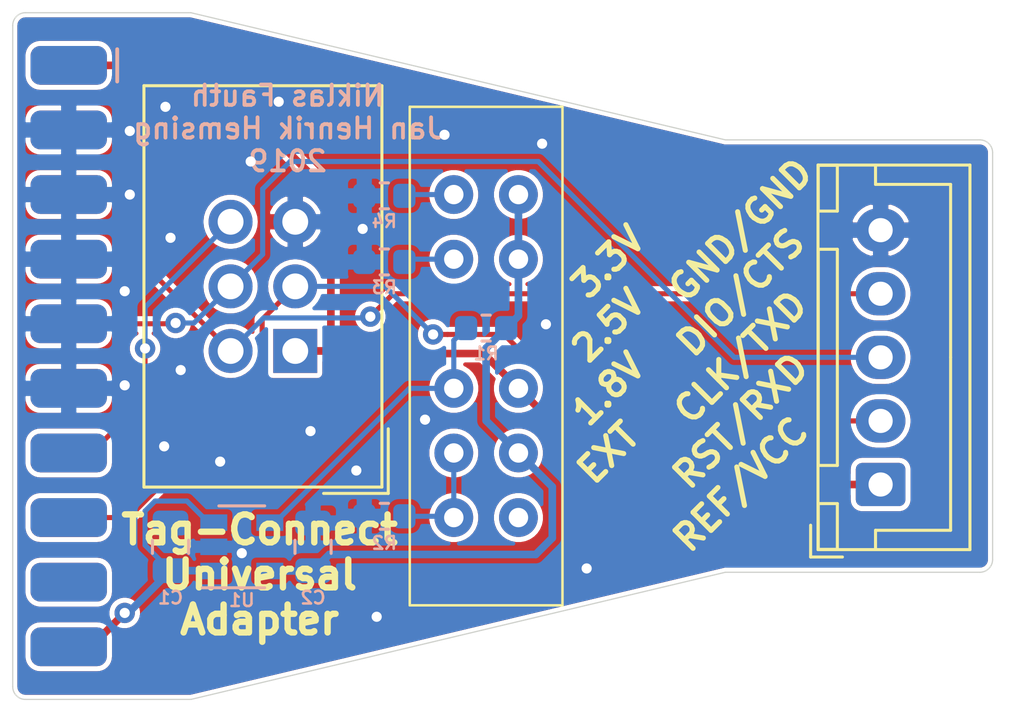
<source format=kicad_pcb>
(kicad_pcb (version 20171130) (host pcbnew 5.0.1)

  (general
    (thickness 1.6)
    (drawings 34)
    (tracks 112)
    (zones 0)
    (modules 11)
    (nets 23)
  )

  (page A4)
  (layers
    (0 F.Cu signal)
    (31 B.Cu signal)
    (32 B.Adhes user)
    (33 F.Adhes user)
    (34 B.Paste user)
    (35 F.Paste user)
    (36 B.SilkS user)
    (37 F.SilkS user)
    (38 B.Mask user)
    (39 F.Mask user)
    (40 Dwgs.User user)
    (41 Cmts.User user)
    (42 Eco1.User user)
    (43 Eco2.User user)
    (44 Edge.Cuts user)
    (45 Margin user)
    (46 B.CrtYd user)
    (47 F.CrtYd user)
    (48 B.Fab user hide)
    (49 F.Fab user hide)
  )

  (setup
    (last_trace_width 0.2)
    (user_trace_width 0.2)
    (user_trace_width 0.3)
    (trace_clearance 0.2)
    (zone_clearance 0.157)
    (zone_45_only no)
    (trace_min 0.2)
    (segment_width 0.2)
    (edge_width 0.05)
    (via_size 0.8)
    (via_drill 0.4)
    (via_min_size 0.4)
    (via_min_drill 0.3)
    (uvia_size 0.3)
    (uvia_drill 0.1)
    (uvias_allowed no)
    (uvia_min_size 0.2)
    (uvia_min_drill 0.1)
    (pcb_text_width 0.3)
    (pcb_text_size 1.5 1.5)
    (mod_edge_width 0.12)
    (mod_text_size 0.5 0.5)
    (mod_text_width 0.1)
    (pad_size 1.524 1.524)
    (pad_drill 0.762)
    (pad_to_mask_clearance 0.051)
    (solder_mask_min_width 0.25)
    (aux_axis_origin 0 0)
    (visible_elements FFFFFF7F)
    (pcbplotparams
      (layerselection 0x010fc_ffffffff)
      (usegerberextensions true)
      (usegerberattributes false)
      (usegerberadvancedattributes false)
      (creategerberjobfile false)
      (excludeedgelayer false)
      (linewidth 0.100000)
      (plotframeref false)
      (viasonmask false)
      (mode 1)
      (useauxorigin false)
      (hpglpennumber 1)
      (hpglpenspeed 20)
      (hpglpendiameter 15.000000)
      (psnegative false)
      (psa4output false)
      (plotreference true)
      (plotvalue true)
      (plotinvisibletext false)
      (padsonsilk false)
      (subtractmaskfromsilk false)
      (outputformat 1)
      (mirror false)
      (drillshape 0)
      (scaleselection 1)
      (outputdirectory "gerber/"))
  )

  (net 0 "")
  (net 1 "Net-(J1-Pad19)")
  (net 2 "Net-(J1-Pad18)")
  (net 3 "Net-(J1-Pad17)")
  (net 4 RST)
  (net 5 "Net-(J1-Pad15)")
  (net 6 SWO)
  (net 7 "Net-(J1-Pad13)")
  (net 8 "Net-(J1-Pad12)")
  (net 9 GND)
  (net 10 CLK)
  (net 11 DIO)
  (net 12 "Net-(J1-Pad6)")
  (net 13 "Net-(J1-Pad4)")
  (net 14 REF)
  (net 15 "Net-(J1-Pad1)")
  (net 16 +5V)
  (net 17 "Net-(U2-Pad1)")
  (net 18 LDOOUT)
  (net 19 "Net-(R2-Pad2)")
  (net 20 "Net-(R1-Pad2)")
  (net 21 "Net-(R3-Pad2)")
  (net 22 "Net-(R4-Pad2)")

  (net_class Default "This is the default net class."
    (clearance 0.2)
    (trace_width 0.25)
    (via_dia 0.8)
    (via_drill 0.4)
    (uvia_dia 0.3)
    (uvia_drill 0.1)
    (add_net +5V)
    (add_net CLK)
    (add_net DIO)
    (add_net GND)
    (add_net LDOOUT)
    (add_net "Net-(J1-Pad1)")
    (add_net "Net-(J1-Pad12)")
    (add_net "Net-(J1-Pad13)")
    (add_net "Net-(J1-Pad15)")
    (add_net "Net-(J1-Pad17)")
    (add_net "Net-(J1-Pad18)")
    (add_net "Net-(J1-Pad19)")
    (add_net "Net-(J1-Pad4)")
    (add_net "Net-(J1-Pad6)")
    (add_net "Net-(R1-Pad2)")
    (add_net "Net-(R2-Pad2)")
    (add_net "Net-(R3-Pad2)")
    (add_net "Net-(R4-Pad2)")
    (add_net "Net-(U2-Pad1)")
    (add_net REF)
    (add_net RST)
    (add_net SWO)
  )

  (module Connector_JST:JST_XH_B5B-XH-A_1x05_P2.50mm_Vertical (layer F.Cu) (tedit 5DBCC672) (tstamp 5DE00176)
    (at 92.1 51.55 90)
    (descr "JST XH series connector, B5B-XH-A (http://www.jst-mfg.com/product/pdf/eng/eXH.pdf), generated with kicad-footprint-generator")
    (tags "connector JST XH vertical")
    (path /5DBDC6F2)
    (fp_text reference J3 (at 5 -3.55 90) (layer F.SilkS) hide
      (effects (font (size 1 1) (thickness 0.15)))
    )
    (fp_text value SWD (at 5 4.6 90) (layer F.Fab)
      (effects (font (size 1 1) (thickness 0.15)))
    )
    (fp_line (start -2.45 -2.35) (end -2.45 3.4) (layer F.Fab) (width 0.1))
    (fp_line (start -2.45 3.4) (end 12.45 3.4) (layer F.Fab) (width 0.1))
    (fp_line (start 12.45 3.4) (end 12.45 -2.35) (layer F.Fab) (width 0.1))
    (fp_line (start 12.45 -2.35) (end -2.45 -2.35) (layer F.Fab) (width 0.1))
    (fp_line (start -2.56 -2.46) (end -2.56 3.51) (layer F.SilkS) (width 0.12))
    (fp_line (start -2.56 3.51) (end 12.56 3.51) (layer F.SilkS) (width 0.12))
    (fp_line (start 12.56 3.51) (end 12.56 -2.46) (layer F.SilkS) (width 0.12))
    (fp_line (start 12.56 -2.46) (end -2.56 -2.46) (layer F.SilkS) (width 0.12))
    (fp_line (start -2.95 -2.85) (end -2.95 3.9) (layer F.CrtYd) (width 0.05))
    (fp_line (start -2.95 3.9) (end 12.95 3.9) (layer F.CrtYd) (width 0.05))
    (fp_line (start 12.95 3.9) (end 12.95 -2.85) (layer F.CrtYd) (width 0.05))
    (fp_line (start 12.95 -2.85) (end -2.95 -2.85) (layer F.CrtYd) (width 0.05))
    (fp_line (start -0.625 -2.35) (end 0 -1.35) (layer F.Fab) (width 0.1))
    (fp_line (start 0 -1.35) (end 0.625 -2.35) (layer F.Fab) (width 0.1))
    (fp_line (start 0.75 -2.45) (end 0.75 -1.7) (layer F.SilkS) (width 0.12))
    (fp_line (start 0.75 -1.7) (end 9.25 -1.7) (layer F.SilkS) (width 0.12))
    (fp_line (start 9.25 -1.7) (end 9.25 -2.45) (layer F.SilkS) (width 0.12))
    (fp_line (start 9.25 -2.45) (end 0.75 -2.45) (layer F.SilkS) (width 0.12))
    (fp_line (start -2.55 -2.45) (end -2.55 -1.7) (layer F.SilkS) (width 0.12))
    (fp_line (start -2.55 -1.7) (end -0.75 -1.7) (layer F.SilkS) (width 0.12))
    (fp_line (start -0.75 -1.7) (end -0.75 -2.45) (layer F.SilkS) (width 0.12))
    (fp_line (start -0.75 -2.45) (end -2.55 -2.45) (layer F.SilkS) (width 0.12))
    (fp_line (start 10.75 -2.45) (end 10.75 -1.7) (layer F.SilkS) (width 0.12))
    (fp_line (start 10.75 -1.7) (end 12.55 -1.7) (layer F.SilkS) (width 0.12))
    (fp_line (start 12.55 -1.7) (end 12.55 -2.45) (layer F.SilkS) (width 0.12))
    (fp_line (start 12.55 -2.45) (end 10.75 -2.45) (layer F.SilkS) (width 0.12))
    (fp_line (start -2.55 -0.2) (end -1.8 -0.2) (layer F.SilkS) (width 0.12))
    (fp_line (start -1.8 -0.2) (end -1.8 2.75) (layer F.SilkS) (width 0.12))
    (fp_line (start -1.8 2.75) (end 5 2.75) (layer F.SilkS) (width 0.12))
    (fp_line (start 12.55 -0.2) (end 11.8 -0.2) (layer F.SilkS) (width 0.12))
    (fp_line (start 11.8 -0.2) (end 11.8 2.75) (layer F.SilkS) (width 0.12))
    (fp_line (start 11.8 2.75) (end 5 2.75) (layer F.SilkS) (width 0.12))
    (fp_line (start -1.6 -2.75) (end -2.85 -2.75) (layer F.SilkS) (width 0.12))
    (fp_line (start -2.85 -2.75) (end -2.85 -1.5) (layer F.SilkS) (width 0.12))
    (fp_text user %R (at 5 2.7 90) (layer F.Fab)
      (effects (font (size 1 1) (thickness 0.15)))
    )
    (pad 1 thru_hole roundrect (at 0 0 90) (size 1.7 1.95) (drill 0.95) (layers *.Cu *.Mask) (roundrect_rratio 0.147059)
      (net 14 REF))
    (pad 2 thru_hole oval (at 2.5 0 90) (size 1.7 1.95) (drill 0.95) (layers *.Cu *.Mask)
      (net 4 RST))
    (pad 3 thru_hole oval (at 5 0 90) (size 1.7 1.95) (drill 0.95) (layers *.Cu *.Mask)
      (net 10 CLK))
    (pad 4 thru_hole oval (at 7.5 0 90) (size 1.7 1.95) (drill 0.95) (layers *.Cu *.Mask)
      (net 11 DIO))
    (pad 5 thru_hole oval (at 10 0 90) (size 1.7 1.95) (drill 0.95) (layers *.Cu *.Mask)
      (net 9 GND))
    (model ${KISYS3DMOD}/Connector_JST.3dshapes/JST_XH_B5B-XH-A_1x05_P2.50mm_Vertical.wrl
      (at (xyz 0 0 0))
      (scale (xyz 1 1 1))
      (rotate (xyz 0 0 0))
    )
  )

  (module Capacitor_SMD:C_0805_2012Metric (layer B.Cu) (tedit 5B36C52B) (tstamp 5DDFDD91)
    (at 69.8 54 90)
    (descr "Capacitor SMD 0805 (2012 Metric), square (rectangular) end terminal, IPC_7351 nominal, (Body size source: https://docs.google.com/spreadsheets/d/1BsfQQcO9C6DZCsRaXUlFlo91Tg2WpOkGARC1WS5S8t0/edit?usp=sharing), generated with kicad-footprint-generator")
    (tags capacitor)
    (path /5DBCF215)
    (attr smd)
    (fp_text reference C2 (at -2 0 180) (layer B.SilkS)
      (effects (font (size 0.5 0.5) (thickness 0.1)) (justify mirror))
    )
    (fp_text value 1u (at 0 -1.65 90) (layer B.Fab)
      (effects (font (size 1 1) (thickness 0.15)) (justify mirror))
    )
    (fp_text user %R (at 0 0 90) (layer B.Fab)
      (effects (font (size 0.5 0.5) (thickness 0.08)) (justify mirror))
    )
    (fp_line (start 1.68 -0.95) (end -1.68 -0.95) (layer B.CrtYd) (width 0.05))
    (fp_line (start 1.68 0.95) (end 1.68 -0.95) (layer B.CrtYd) (width 0.05))
    (fp_line (start -1.68 0.95) (end 1.68 0.95) (layer B.CrtYd) (width 0.05))
    (fp_line (start -1.68 -0.95) (end -1.68 0.95) (layer B.CrtYd) (width 0.05))
    (fp_line (start -0.258578 -0.71) (end 0.258578 -0.71) (layer B.SilkS) (width 0.12))
    (fp_line (start -0.258578 0.71) (end 0.258578 0.71) (layer B.SilkS) (width 0.12))
    (fp_line (start 1 -0.6) (end -1 -0.6) (layer B.Fab) (width 0.1))
    (fp_line (start 1 0.6) (end 1 -0.6) (layer B.Fab) (width 0.1))
    (fp_line (start -1 0.6) (end 1 0.6) (layer B.Fab) (width 0.1))
    (fp_line (start -1 -0.6) (end -1 0.6) (layer B.Fab) (width 0.1))
    (pad 2 smd roundrect (at 0.9375 0 90) (size 0.975 1.4) (layers B.Cu B.Paste B.Mask) (roundrect_rratio 0.25)
      (net 9 GND))
    (pad 1 smd roundrect (at -0.9375 0 90) (size 0.975 1.4) (layers B.Cu B.Paste B.Mask) (roundrect_rratio 0.25)
      (net 18 LDOOUT))
    (model ${KISYS3DMOD}/Capacitor_SMD.3dshapes/C_0805_2012Metric.wrl
      (at (xyz 0 0 0))
      (scale (xyz 1 1 1))
      (rotate (xyz 0 0 0))
    )
  )

  (module Capacitor_SMD:C_0805_2012Metric (layer B.Cu) (tedit 5B36C52B) (tstamp 5DDFDD80)
    (at 64.2 54 90)
    (descr "Capacitor SMD 0805 (2012 Metric), square (rectangular) end terminal, IPC_7351 nominal, (Body size source: https://docs.google.com/spreadsheets/d/1BsfQQcO9C6DZCsRaXUlFlo91Tg2WpOkGARC1WS5S8t0/edit?usp=sharing), generated with kicad-footprint-generator")
    (tags capacitor)
    (path /5DBCEFB5)
    (attr smd)
    (fp_text reference C1 (at -2 0 180) (layer B.SilkS)
      (effects (font (size 0.5 0.5) (thickness 0.1)) (justify mirror))
    )
    (fp_text value 1u (at 0 -1.65 90) (layer B.Fab)
      (effects (font (size 1 1) (thickness 0.15)) (justify mirror))
    )
    (fp_line (start -1 -0.6) (end -1 0.6) (layer B.Fab) (width 0.1))
    (fp_line (start -1 0.6) (end 1 0.6) (layer B.Fab) (width 0.1))
    (fp_line (start 1 0.6) (end 1 -0.6) (layer B.Fab) (width 0.1))
    (fp_line (start 1 -0.6) (end -1 -0.6) (layer B.Fab) (width 0.1))
    (fp_line (start -0.258578 0.71) (end 0.258578 0.71) (layer B.SilkS) (width 0.12))
    (fp_line (start -0.258578 -0.71) (end 0.258578 -0.71) (layer B.SilkS) (width 0.12))
    (fp_line (start -1.68 -0.95) (end -1.68 0.95) (layer B.CrtYd) (width 0.05))
    (fp_line (start -1.68 0.95) (end 1.68 0.95) (layer B.CrtYd) (width 0.05))
    (fp_line (start 1.68 0.95) (end 1.68 -0.95) (layer B.CrtYd) (width 0.05))
    (fp_line (start 1.68 -0.95) (end -1.68 -0.95) (layer B.CrtYd) (width 0.05))
    (fp_text user %R (at 0 0 90) (layer B.Fab)
      (effects (font (size 0.5 0.5) (thickness 0.08)) (justify mirror))
    )
    (pad 1 smd roundrect (at -0.9375 0 90) (size 0.975 1.4) (layers B.Cu B.Paste B.Mask) (roundrect_rratio 0.25)
      (net 16 +5V))
    (pad 2 smd roundrect (at 0.9375 0 90) (size 0.975 1.4) (layers B.Cu B.Paste B.Mask) (roundrect_rratio 0.25)
      (net 9 GND))
    (model ${KISYS3DMOD}/Capacitor_SMD.3dshapes/C_0805_2012Metric.wrl
      (at (xyz 0 0 0))
      (scale (xyz 1 1 1))
      (rotate (xyz 0 0 0))
    )
  )

  (module Package_TO_SOT_SMD:SOT-23-5 (layer B.Cu) (tedit 5A02FF57) (tstamp 5DDFDCD5)
    (at 67 54)
    (descr "5-pin SOT23 package")
    (tags SOT-23-5)
    (path /5DBCEBD6)
    (attr smd)
    (fp_text reference U1 (at 0 2.1) (layer B.SilkS)
      (effects (font (size 0.5 0.5) (thickness 0.1)) (justify mirror))
    )
    (fp_text value SGM2019 (at 0 -2.9) (layer B.Fab)
      (effects (font (size 1 1) (thickness 0.15)) (justify mirror))
    )
    (fp_text user %R (at 0 0 -90) (layer B.Fab)
      (effects (font (size 0.5 0.5) (thickness 0.075)) (justify mirror))
    )
    (fp_line (start -0.9 -1.61) (end 0.9 -1.61) (layer B.SilkS) (width 0.12))
    (fp_line (start 0.9 1.61) (end -1.55 1.61) (layer B.SilkS) (width 0.12))
    (fp_line (start -1.9 1.8) (end 1.9 1.8) (layer B.CrtYd) (width 0.05))
    (fp_line (start 1.9 1.8) (end 1.9 -1.8) (layer B.CrtYd) (width 0.05))
    (fp_line (start 1.9 -1.8) (end -1.9 -1.8) (layer B.CrtYd) (width 0.05))
    (fp_line (start -1.9 -1.8) (end -1.9 1.8) (layer B.CrtYd) (width 0.05))
    (fp_line (start -0.9 0.9) (end -0.25 1.55) (layer B.Fab) (width 0.1))
    (fp_line (start 0.9 1.55) (end -0.25 1.55) (layer B.Fab) (width 0.1))
    (fp_line (start -0.9 0.9) (end -0.9 -1.55) (layer B.Fab) (width 0.1))
    (fp_line (start 0.9 -1.55) (end -0.9 -1.55) (layer B.Fab) (width 0.1))
    (fp_line (start 0.9 1.55) (end 0.9 -1.55) (layer B.Fab) (width 0.1))
    (pad 1 smd rect (at -1.1 0.95) (size 1.06 0.65) (layers B.Cu B.Paste B.Mask)
      (net 16 +5V))
    (pad 2 smd rect (at -1.1 0) (size 1.06 0.65) (layers B.Cu B.Paste B.Mask)
      (net 9 GND))
    (pad 3 smd rect (at -1.1 -0.95) (size 1.06 0.65) (layers B.Cu B.Paste B.Mask)
      (net 16 +5V))
    (pad 4 smd rect (at 1.1 -0.95) (size 1.06 0.65) (layers B.Cu B.Paste B.Mask)
      (net 20 "Net-(R1-Pad2)"))
    (pad 5 smd rect (at 1.1 0.95) (size 1.06 0.65) (layers B.Cu B.Paste B.Mask)
      (net 18 LDOOUT))
    (model ${KISYS3DMOD}/Package_TO_SOT_SMD.3dshapes/SOT-23-5.wrl
      (at (xyz 0 0 0))
      (scale (xyz 1 1 1))
      (rotate (xyz 0 0 0))
    )
  )

  (module Resistor_SMD:R_0603_1608Metric (layer B.Cu) (tedit 5B301BBD) (tstamp 5DDFDCC0)
    (at 72.6 40.2)
    (descr "Resistor SMD 0603 (1608 Metric), square (rectangular) end terminal, IPC_7351 nominal, (Body size source: http://www.tortai-tech.com/upload/download/2011102023233369053.pdf), generated with kicad-footprint-generator")
    (tags resistor)
    (path /5DBCF9E5)
    (attr smd)
    (fp_text reference R4 (at 0 1) (layer B.SilkS)
      (effects (font (size 0.5 0.5) (thickness 0.1)) (justify mirror))
    )
    (fp_text value 5k (at 0 -1.43) (layer B.Fab)
      (effects (font (size 1 1) (thickness 0.15)) (justify mirror))
    )
    (fp_text user %R (at 0 0) (layer B.Fab)
      (effects (font (size 0.4 0.4) (thickness 0.06)) (justify mirror))
    )
    (fp_line (start 1.48 -0.73) (end -1.48 -0.73) (layer B.CrtYd) (width 0.05))
    (fp_line (start 1.48 0.73) (end 1.48 -0.73) (layer B.CrtYd) (width 0.05))
    (fp_line (start -1.48 0.73) (end 1.48 0.73) (layer B.CrtYd) (width 0.05))
    (fp_line (start -1.48 -0.73) (end -1.48 0.73) (layer B.CrtYd) (width 0.05))
    (fp_line (start -0.162779 -0.51) (end 0.162779 -0.51) (layer B.SilkS) (width 0.12))
    (fp_line (start -0.162779 0.51) (end 0.162779 0.51) (layer B.SilkS) (width 0.12))
    (fp_line (start 0.8 -0.4) (end -0.8 -0.4) (layer B.Fab) (width 0.1))
    (fp_line (start 0.8 0.4) (end 0.8 -0.4) (layer B.Fab) (width 0.1))
    (fp_line (start -0.8 0.4) (end 0.8 0.4) (layer B.Fab) (width 0.1))
    (fp_line (start -0.8 -0.4) (end -0.8 0.4) (layer B.Fab) (width 0.1))
    (pad 2 smd roundrect (at 0.7875 0) (size 0.875 0.95) (layers B.Cu B.Paste B.Mask) (roundrect_rratio 0.25)
      (net 22 "Net-(R4-Pad2)"))
    (pad 1 smd roundrect (at -0.7875 0) (size 0.875 0.95) (layers B.Cu B.Paste B.Mask) (roundrect_rratio 0.25)
      (net 9 GND))
    (model ${KISYS3DMOD}/Resistor_SMD.3dshapes/R_0603_1608Metric.wrl
      (at (xyz 0 0 0))
      (scale (xyz 1 1 1))
      (rotate (xyz 0 0 0))
    )
  )

  (module Resistor_SMD:R_0603_1608Metric (layer B.Cu) (tedit 5B301BBD) (tstamp 5DDFDCAF)
    (at 72.6 42.8)
    (descr "Resistor SMD 0603 (1608 Metric), square (rectangular) end terminal, IPC_7351 nominal, (Body size source: http://www.tortai-tech.com/upload/download/2011102023233369053.pdf), generated with kicad-footprint-generator")
    (tags resistor)
    (path /5DBCF96B)
    (attr smd)
    (fp_text reference R3 (at 0 1) (layer B.SilkS)
      (effects (font (size 0.5 0.5) (thickness 0.1)) (justify mirror))
    )
    (fp_text value 10.8k (at 0 -1.43) (layer B.Fab)
      (effects (font (size 1 1) (thickness 0.15)) (justify mirror))
    )
    (fp_line (start -0.8 -0.4) (end -0.8 0.4) (layer B.Fab) (width 0.1))
    (fp_line (start -0.8 0.4) (end 0.8 0.4) (layer B.Fab) (width 0.1))
    (fp_line (start 0.8 0.4) (end 0.8 -0.4) (layer B.Fab) (width 0.1))
    (fp_line (start 0.8 -0.4) (end -0.8 -0.4) (layer B.Fab) (width 0.1))
    (fp_line (start -0.162779 0.51) (end 0.162779 0.51) (layer B.SilkS) (width 0.12))
    (fp_line (start -0.162779 -0.51) (end 0.162779 -0.51) (layer B.SilkS) (width 0.12))
    (fp_line (start -1.48 -0.73) (end -1.48 0.73) (layer B.CrtYd) (width 0.05))
    (fp_line (start -1.48 0.73) (end 1.48 0.73) (layer B.CrtYd) (width 0.05))
    (fp_line (start 1.48 0.73) (end 1.48 -0.73) (layer B.CrtYd) (width 0.05))
    (fp_line (start 1.48 -0.73) (end -1.48 -0.73) (layer B.CrtYd) (width 0.05))
    (fp_text user %R (at 0 0) (layer B.Fab)
      (effects (font (size 0.4 0.4) (thickness 0.06)) (justify mirror))
    )
    (pad 1 smd roundrect (at -0.7875 0) (size 0.875 0.95) (layers B.Cu B.Paste B.Mask) (roundrect_rratio 0.25)
      (net 9 GND))
    (pad 2 smd roundrect (at 0.7875 0) (size 0.875 0.95) (layers B.Cu B.Paste B.Mask) (roundrect_rratio 0.25)
      (net 21 "Net-(R3-Pad2)"))
    (model ${KISYS3DMOD}/Resistor_SMD.3dshapes/R_0603_1608Metric.wrl
      (at (xyz 0 0 0))
      (scale (xyz 1 1 1))
      (rotate (xyz 0 0 0))
    )
  )

  (module Resistor_SMD:R_0603_1608Metric (layer B.Cu) (tedit 5B301BBD) (tstamp 5DDFDC9E)
    (at 72.6 52.8)
    (descr "Resistor SMD 0603 (1608 Metric), square (rectangular) end terminal, IPC_7351 nominal, (Body size source: http://www.tortai-tech.com/upload/download/2011102023233369053.pdf), generated with kicad-footprint-generator")
    (tags resistor)
    (path /5DBCF800)
    (attr smd)
    (fp_text reference R2 (at 0 1.05) (layer B.SilkS)
      (effects (font (size 0.5 0.5) (thickness 0.1)) (justify mirror))
    )
    (fp_text value 17.5k (at 0 -1.43) (layer B.Fab)
      (effects (font (size 1 1) (thickness 0.15)) (justify mirror))
    )
    (fp_text user %R (at 0 0) (layer B.Fab)
      (effects (font (size 0.4 0.4) (thickness 0.06)) (justify mirror))
    )
    (fp_line (start 1.48 -0.73) (end -1.48 -0.73) (layer B.CrtYd) (width 0.05))
    (fp_line (start 1.48 0.73) (end 1.48 -0.73) (layer B.CrtYd) (width 0.05))
    (fp_line (start -1.48 0.73) (end 1.48 0.73) (layer B.CrtYd) (width 0.05))
    (fp_line (start -1.48 -0.73) (end -1.48 0.73) (layer B.CrtYd) (width 0.05))
    (fp_line (start -0.162779 -0.51) (end 0.162779 -0.51) (layer B.SilkS) (width 0.12))
    (fp_line (start -0.162779 0.51) (end 0.162779 0.51) (layer B.SilkS) (width 0.12))
    (fp_line (start 0.8 -0.4) (end -0.8 -0.4) (layer B.Fab) (width 0.1))
    (fp_line (start 0.8 0.4) (end 0.8 -0.4) (layer B.Fab) (width 0.1))
    (fp_line (start -0.8 0.4) (end 0.8 0.4) (layer B.Fab) (width 0.1))
    (fp_line (start -0.8 -0.4) (end -0.8 0.4) (layer B.Fab) (width 0.1))
    (pad 2 smd roundrect (at 0.7875 0) (size 0.875 0.95) (layers B.Cu B.Paste B.Mask) (roundrect_rratio 0.25)
      (net 19 "Net-(R2-Pad2)"))
    (pad 1 smd roundrect (at -0.7875 0) (size 0.875 0.95) (layers B.Cu B.Paste B.Mask) (roundrect_rratio 0.25)
      (net 9 GND))
    (model ${KISYS3DMOD}/Resistor_SMD.3dshapes/R_0603_1608Metric.wrl
      (at (xyz 0 0 0))
      (scale (xyz 1 1 1))
      (rotate (xyz 0 0 0))
    )
  )

  (module Resistor_SMD:R_0603_1608Metric (layer B.Cu) (tedit 5B301BBD) (tstamp 5DDFDC8D)
    (at 76.6 45.4 180)
    (descr "Resistor SMD 0603 (1608 Metric), square (rectangular) end terminal, IPC_7351 nominal, (Body size source: http://www.tortai-tech.com/upload/download/2011102023233369053.pdf), generated with kicad-footprint-generator")
    (tags resistor)
    (path /5DBCF540)
    (attr smd)
    (fp_text reference R1 (at 0 -1 180) (layer B.SilkS)
      (effects (font (size 0.5 0.5) (thickness 0.1)) (justify mirror))
    )
    (fp_text value 10k (at 0 -1.43 180) (layer B.Fab)
      (effects (font (size 1 1) (thickness 0.15)) (justify mirror))
    )
    (fp_line (start -0.8 -0.4) (end -0.8 0.4) (layer B.Fab) (width 0.1))
    (fp_line (start -0.8 0.4) (end 0.8 0.4) (layer B.Fab) (width 0.1))
    (fp_line (start 0.8 0.4) (end 0.8 -0.4) (layer B.Fab) (width 0.1))
    (fp_line (start 0.8 -0.4) (end -0.8 -0.4) (layer B.Fab) (width 0.1))
    (fp_line (start -0.162779 0.51) (end 0.162779 0.51) (layer B.SilkS) (width 0.12))
    (fp_line (start -0.162779 -0.51) (end 0.162779 -0.51) (layer B.SilkS) (width 0.12))
    (fp_line (start -1.48 -0.73) (end -1.48 0.73) (layer B.CrtYd) (width 0.05))
    (fp_line (start -1.48 0.73) (end 1.48 0.73) (layer B.CrtYd) (width 0.05))
    (fp_line (start 1.48 0.73) (end 1.48 -0.73) (layer B.CrtYd) (width 0.05))
    (fp_line (start 1.48 -0.73) (end -1.48 -0.73) (layer B.CrtYd) (width 0.05))
    (fp_text user %R (at 0 0 180) (layer B.Fab)
      (effects (font (size 0.4 0.4) (thickness 0.06)) (justify mirror))
    )
    (pad 1 smd roundrect (at -0.7875 0 180) (size 0.875 0.95) (layers B.Cu B.Paste B.Mask) (roundrect_rratio 0.25)
      (net 18 LDOOUT))
    (pad 2 smd roundrect (at 0.7875 0 180) (size 0.875 0.95) (layers B.Cu B.Paste B.Mask) (roundrect_rratio 0.25)
      (net 20 "Net-(R1-Pad2)"))
    (model ${KISYS3DMOD}/Resistor_SMD.3dshapes/R_0603_1608Metric.wrl
      (at (xyz 0 0 0))
      (scale (xyz 1 1 1))
      (rotate (xyz 0 0 0))
    )
  )

  (module otter:SS-24E06-TG (layer F.Cu) (tedit 5DBCBC91) (tstamp 5DDFDC7C)
    (at 76.6 46.5 90)
    (path /5DBD8263)
    (fp_text reference U2 (at 0 -5.85 90) (layer F.SilkS) hide
      (effects (font (size 0.5 0.5) (thickness 0.1)))
    )
    (fp_text value switch_0204 (at 0 -6.85 90) (layer F.Fab)
      (effects (font (size 1 1) (thickness 0.15)))
    )
    (fp_line (start 9.8 -3) (end 9.8 3) (layer F.SilkS) (width 0.1))
    (fp_line (start 9.8 3) (end -9.8 3) (layer F.SilkS) (width 0.1))
    (fp_line (start -9.8 3) (end -9.8 -3) (layer F.SilkS) (width 0.1))
    (fp_line (start -9.8 -3) (end 9.8 -3) (layer F.SilkS) (width 0.1))
    (pad 1 thru_hole circle (at -6.35 1.27 90) (size 1.524 1.524) (drill 0.762) (layers *.Cu *.Mask)
      (net 17 "Net-(U2-Pad1)"))
    (pad 2 thru_hole circle (at -3.81 1.27 90) (size 1.524 1.524) (drill 0.762) (layers *.Cu *.Mask)
      (net 18 LDOOUT))
    (pad 3 thru_hole circle (at -1.27 1.27 90) (size 1.524 1.524) (drill 0.762) (layers *.Cu *.Mask)
      (net 14 REF))
    (pad 4 thru_hole circle (at 3.81 1.27 90) (size 1.524 1.524) (drill 0.762) (layers *.Cu *.Mask)
      (net 18 LDOOUT))
    (pad 5 thru_hole circle (at 6.35 1.27 90) (size 1.524 1.524) (drill 0.762) (layers *.Cu *.Mask)
      (net 18 LDOOUT))
    (pad 6 thru_hole circle (at -6.35 -1.27 90) (size 1.524 1.524) (drill 0.762) (layers *.Cu *.Mask)
      (net 19 "Net-(R2-Pad2)"))
    (pad 7 thru_hole circle (at -3.81 -1.27 90) (size 1.524 1.524) (drill 0.762) (layers *.Cu *.Mask)
      (net 19 "Net-(R2-Pad2)"))
    (pad 8 thru_hole circle (at -1.27 -1.27 90) (size 1.524 1.524) (drill 0.762) (layers *.Cu *.Mask)
      (net 20 "Net-(R1-Pad2)"))
    (pad 9 thru_hole circle (at 3.81 -1.27 90) (size 1.524 1.524) (drill 0.762) (layers *.Cu *.Mask)
      (net 21 "Net-(R3-Pad2)"))
    (pad 10 thru_hole circle (at 6.35 -1.27 90) (size 1.524 1.524) (drill 0.762) (layers *.Cu *.Mask)
      (net 22 "Net-(R4-Pad2)"))
  )

  (module Connector_IDC:IDC-Header_2x03_P2.54mm_Vertical (layer F.Cu) (tedit 5DBCBC8C) (tstamp 5DD3FF10)
    (at 69.1 46.3 180)
    (descr "Through hole straight IDC box header, 2x03, 2.54mm pitch, double rows")
    (tags "Through hole IDC box header THT 2x03 2.54mm double row")
    (path /5CD058A4)
    (fp_text reference J2 (at 1.27 -6.604 180) (layer F.SilkS) hide
      (effects (font (size 0.5 0.5) (thickness 0.1)))
    )
    (fp_text value TC (at 1.27 11.684 180) (layer F.Fab)
      (effects (font (size 1 1) (thickness 0.15)))
    )
    (fp_text user %R (at 1.27 2.54 180) (layer F.Fab)
      (effects (font (size 1 1) (thickness 0.15)))
    )
    (fp_line (start 5.695 -5.1) (end 5.695 10.18) (layer F.Fab) (width 0.1))
    (fp_line (start 5.145 -4.56) (end 5.145 9.62) (layer F.Fab) (width 0.1))
    (fp_line (start -3.155 -5.1) (end -3.155 10.18) (layer F.Fab) (width 0.1))
    (fp_line (start -2.605 -4.56) (end -2.605 0.29) (layer F.Fab) (width 0.1))
    (fp_line (start -2.605 4.79) (end -2.605 9.62) (layer F.Fab) (width 0.1))
    (fp_line (start -2.605 0.29) (end -3.155 0.29) (layer F.Fab) (width 0.1))
    (fp_line (start -2.605 4.79) (end -3.155 4.79) (layer F.Fab) (width 0.1))
    (fp_line (start 5.695 -5.1) (end -3.155 -5.1) (layer F.Fab) (width 0.1))
    (fp_line (start 5.145 -4.56) (end -2.605 -4.56) (layer F.Fab) (width 0.1))
    (fp_line (start 5.695 10.18) (end -3.155 10.18) (layer F.Fab) (width 0.1))
    (fp_line (start 5.145 9.62) (end -2.605 9.62) (layer F.Fab) (width 0.1))
    (fp_line (start 5.695 -5.1) (end 5.145 -4.56) (layer F.Fab) (width 0.1))
    (fp_line (start 5.695 10.18) (end 5.145 9.62) (layer F.Fab) (width 0.1))
    (fp_line (start -3.155 -5.1) (end -2.605 -4.56) (layer F.Fab) (width 0.1))
    (fp_line (start -3.155 10.18) (end -2.605 9.62) (layer F.Fab) (width 0.1))
    (fp_line (start 5.95 -5.35) (end 5.95 10.43) (layer F.CrtYd) (width 0.05))
    (fp_line (start 5.95 10.43) (end -3.41 10.43) (layer F.CrtYd) (width 0.05))
    (fp_line (start -3.41 10.43) (end -3.41 -5.35) (layer F.CrtYd) (width 0.05))
    (fp_line (start -3.41 -5.35) (end 5.95 -5.35) (layer F.CrtYd) (width 0.05))
    (fp_line (start 5.945 -5.35) (end 5.945 10.43) (layer F.SilkS) (width 0.12))
    (fp_line (start 5.945 10.43) (end -3.405 10.43) (layer F.SilkS) (width 0.12))
    (fp_line (start -3.405 10.43) (end -3.405 -5.35) (layer F.SilkS) (width 0.12))
    (fp_line (start -3.405 -5.35) (end 5.945 -5.35) (layer F.SilkS) (width 0.12))
    (fp_line (start -3.655 -5.6) (end -3.655 -3.06) (layer F.SilkS) (width 0.12))
    (fp_line (start -3.655 -5.6) (end -1.115 -5.6) (layer F.SilkS) (width 0.12))
    (pad 1 thru_hole rect (at 0 0 180) (size 1.7272 1.7272) (drill 1.016) (layers *.Cu *.Mask)
      (net 14 REF))
    (pad 2 thru_hole oval (at 2.54 0 180) (size 1.7272 1.7272) (drill 1.016) (layers *.Cu *.Mask)
      (net 11 DIO))
    (pad 3 thru_hole oval (at 0 2.54 180) (size 1.7272 1.7272) (drill 1.016) (layers *.Cu *.Mask)
      (net 4 RST))
    (pad 4 thru_hole oval (at 2.54 2.54 180) (size 1.7272 1.7272) (drill 1.016) (layers *.Cu *.Mask)
      (net 10 CLK))
    (pad 5 thru_hole oval (at 0 5.08 180) (size 1.7272 1.7272) (drill 1.016) (layers *.Cu *.Mask)
      (net 9 GND))
    (pad 6 thru_hole oval (at 2.54 5.08 180) (size 1.7272 1.7272) (drill 1.016) (layers *.Cu *.Mask)
      (net 6 SWO))
    (model ${KISYS3DMOD}/Connector_IDC.3dshapes/IDC-Header_2x03_P2.54mm_Vertical.wrl
      (at (xyz 0 0 0))
      (scale (xyz 1 1 1))
      (rotate (xyz 0 0 0))
    )
  )

  (module otter:conn_02x10_edge (layer F.Cu) (tedit 5DBCC3A5) (tstamp 5DD3F3D8)
    (at 60.2 46.5)
    (path /5CD0A8DD)
    (fp_text reference J1 (at 0.05 -13.97) (layer F.SilkS) hide
      (effects (font (size 0.5 0.5) (thickness 0.1)))
    )
    (fp_text value JLINK (at 0.05 -14.97) (layer F.Fab)
      (effects (font (size 1 1) (thickness 0.15)))
    )
    (fp_line (start 1.905 -12.065) (end 1.905 -10.795) (layer B.SilkS) (width 0.15))
    (pad 20 smd roundrect (at 0 11.43) (size 3 1.524) (layers F.Cu F.Mask) (roundrect_rratio 0.25)
      (net 16 +5V))
    (pad 18 smd roundrect (at 0 8.89) (size 3 1.524) (layers F.Cu F.Mask) (roundrect_rratio 0.25)
      (net 2 "Net-(J1-Pad18)"))
    (pad 16 smd roundrect (at 0 6.35) (size 3 1.524) (layers F.Cu F.Mask) (roundrect_rratio 0.25)
      (net 4 RST))
    (pad 14 smd roundrect (at 0 3.81) (size 3 1.524) (layers F.Cu F.Mask) (roundrect_rratio 0.25)
      (net 6 SWO))
    (pad 12 smd roundrect (at 0 1.27) (size 3 1.524) (layers F.Cu F.Mask) (roundrect_rratio 0.25)
      (net 8 "Net-(J1-Pad12)"))
    (pad 10 smd roundrect (at 0 -1.27) (size 3 1.524) (layers F.Cu F.Mask) (roundrect_rratio 0.25)
      (net 10 CLK))
    (pad 8 smd roundrect (at 0 -3.81) (size 3 1.524) (layers F.Cu F.Mask) (roundrect_rratio 0.25)
      (net 11 DIO))
    (pad 6 smd roundrect (at 0 -6.35) (size 3 1.524) (layers F.Cu F.Mask) (roundrect_rratio 0.25)
      (net 12 "Net-(J1-Pad6)"))
    (pad 4 smd roundrect (at 0 -8.89) (size 3 1.524) (layers F.Cu F.Mask) (roundrect_rratio 0.25)
      (net 13 "Net-(J1-Pad4)"))
    (pad 2 smd roundrect (at 0 -11.43) (size 3 1.524) (layers F.Cu F.Mask) (roundrect_rratio 0.25)
      (net 14 REF))
    (pad 11 smd roundrect (at 0 1.27) (size 3 1.524) (layers B.Cu B.Mask) (roundrect_rratio 0.25)
      (net 9 GND))
    (pad 13 smd roundrect (at 0 3.81) (size 3 1.524) (layers B.Cu B.Mask) (roundrect_rratio 0.25)
      (net 7 "Net-(J1-Pad13)"))
    (pad 9 smd roundrect (at 0 -1.27) (size 3 1.524) (layers B.Cu B.Mask) (roundrect_rratio 0.25)
      (net 9 GND))
    (pad 5 smd roundrect (at 0 -6.35) (size 3 1.524) (layers B.Cu B.Mask) (roundrect_rratio 0.25)
      (net 9 GND))
    (pad 3 smd roundrect (at 0 -8.89) (size 3 1.524) (layers B.Cu B.Mask) (roundrect_rratio 0.25)
      (net 9 GND))
    (pad 19 smd roundrect (at 0 11.43) (size 3 1.524) (layers B.Cu B.Mask) (roundrect_rratio 0.25)
      (net 1 "Net-(J1-Pad19)"))
    (pad 17 smd roundrect (at 0 8.89) (size 3 1.524) (layers B.Cu B.Mask) (roundrect_rratio 0.25)
      (net 3 "Net-(J1-Pad17)"))
    (pad 15 smd roundrect (at 0 6.35) (size 3 1.524) (layers B.Cu B.Mask) (roundrect_rratio 0.25)
      (net 5 "Net-(J1-Pad15)"))
    (pad 1 smd roundrect (at 0 -11.43) (size 3 1.524) (layers B.Cu B.Mask) (roundrect_rratio 0.25)
      (net 15 "Net-(J1-Pad1)"))
    (pad 7 smd roundrect (at 0 -3.81) (size 3 1.524) (layers B.Cu B.Mask) (roundrect_rratio 0.25)
      (net 9 GND))
    (model ${KISYS3DMOD}/Connector_PinSocket_2.54mm.3dshapes/PinSocket_2x10_P2.54mm_Vertical.wrl
      (offset (xyz -2.5 11.5 0))
      (scale (xyz 1 1 1))
      (rotate (xyz 0 90 0))
    )
  )

  (gr_text "Niklas Fauth\nJan Henrik Hemsing\n2019" (at 68.8 37.55) (layer B.SilkS)
    (effects (font (size 0.8 0.8) (thickness 0.15)) (justify mirror))
  )
  (gr_text RST/RXD (at 86.6 49.05 45) (layer F.SilkS) (tstamp 5DE0081F)
    (effects (font (size 1 1) (thickness 0.2)))
  )
  (gr_line (start 93.75 51.55) (end 79.85 51.55) (layer Eco1.User) (width 0.2) (tstamp 5DDFE1BD))
  (gr_line (start 93.75 49.05) (end 79.85 49.05) (layer Eco1.User) (width 0.2) (tstamp 5DDFE1BD))
  (gr_line (start 93.75 46.55) (end 79.85 46.55) (layer Eco1.User) (width 0.2) (tstamp 5DDFE1BD))
  (gr_line (start 93.75 44) (end 79.85 44) (layer Eco1.User) (width 0.2) (tstamp 5DDFE1BD))
  (gr_line (start 93.75 41.55) (end 79.85 41.55) (layer Eco1.User) (width 0.2) (tstamp 5DDFE1BD))
  (gr_line (start 86.6 52.8) (end 86.6 40.8) (layer Eco1.User) (width 0.2))
  (gr_line (start 81.4 53.1) (end 81.4 40.6) (layer Eco1.User) (width 0.2))
  (gr_line (start 86.6 50.3) (end 79.8 50.3) (layer Eco1.User) (width 0.2) (tstamp 5DDFE1BD))
  (gr_line (start 86.6 47.8) (end 79.8 47.8) (layer Eco1.User) (width 0.2) (tstamp 5DDFE1BD))
  (gr_line (start 86.6 45.3) (end 79.8 45.3) (layer Eco1.User) (width 0.2) (tstamp 5DDFE1BD))
  (gr_line (start 86.6 42.8) (end 79.8 42.8) (layer Eco1.User) (width 0.2))
  (gr_text EXT (at 81.4 50.3 45) (layer F.SilkS) (tstamp 5DDFE15F)
    (effects (font (size 1 1) (thickness 0.2)))
  )
  (gr_text 1.8V (at 81.4 47.8 45) (layer F.SilkS) (tstamp 5DDFE15F)
    (effects (font (size 1 1) (thickness 0.2)))
  )
  (gr_text 2.5V (at 81.4 45.3 45) (layer F.SilkS) (tstamp 5DE0082F)
    (effects (font (size 1 1) (thickness 0.2)))
  )
  (gr_text 3.3V (at 81.4 42.8 45) (layer F.SilkS) (tstamp 5DDFE330)
    (effects (font (size 1 1) (thickness 0.2)))
  )
  (gr_text GND/GND (at 86.6 41.55 45) (layer F.SilkS) (tstamp 5CD09A49)
    (effects (font (size 1 1) (thickness 0.2)))
  )
  (gr_text DIO/CTS (at 86.6 44 45) (layer F.SilkS) (tstamp 5CD09A49)
    (effects (font (size 1 1) (thickness 0.2)))
  )
  (gr_text REF/VCC (at 86.6 51.55 45) (layer F.SilkS) (tstamp 5CD09A49)
    (effects (font (size 1 1) (thickness 0.2)))
  )
  (gr_text CLK/TXD (at 86.6 46.55 45) (layer F.SilkS) (tstamp 5CD09A49)
    (effects (font (size 1 1) (thickness 0.2)))
  )
  (gr_text "Tag-Connect\nUniversal\nAdapter\n" (at 67.7 55.1) (layer F.SilkS)
    (effects (font (size 1.1 1.1) (thickness 0.25)))
  )
  (gr_arc (start 58.5 59.5) (end 58 59.5) (angle -90) (layer Edge.Cuts) (width 0.05))
  (gr_arc (start 58.5 33.5) (end 58.5 33) (angle -90) (layer Edge.Cuts) (width 0.05))
  (gr_arc (start 96 38.5) (end 96.5 38.5) (angle -90) (layer Edge.Cuts) (width 0.05))
  (gr_arc (start 96 54.5) (end 96 55) (angle -90) (layer Edge.Cuts) (width 0.05))
  (gr_line (start 86 38) (end 65 33) (layer Edge.Cuts) (width 0.05) (tstamp 5CD09305))
  (gr_line (start 96 38) (end 86 38) (layer Edge.Cuts) (width 0.05))
  (gr_line (start 96.5 54.5) (end 96.5 38.5) (layer Edge.Cuts) (width 0.05) (tstamp 5CD098D0))
  (gr_line (start 86 55) (end 96 55) (layer Edge.Cuts) (width 0.05))
  (gr_line (start 65 60) (end 86 55) (layer Edge.Cuts) (width 0.05))
  (gr_line (start 65 33) (end 58.5 33) (layer Edge.Cuts) (width 0.05))
  (gr_line (start 58.5 60) (end 65 60) (layer Edge.Cuts) (width 0.05))
  (gr_line (start 58 33.5) (end 58 59.5) (layer Edge.Cuts) (width 0.05))

  (segment (start 60.2 52.85) (end 62.55 52.85) (width 0.2) (layer F.Cu) (net 4))
  (segment (start 62.55 52.85) (end 67.8 47.6) (width 0.2) (layer F.Cu) (net 4))
  (segment (start 67.8 45.06) (end 69.1 43.76) (width 0.2) (layer F.Cu) (net 4))
  (segment (start 67.8 47.6) (end 67.8 45.06) (width 0.2) (layer F.Cu) (net 4))
  (segment (start 72.627296 43.76) (end 74.117307 45.250011) (width 0.2) (layer B.Cu) (net 4))
  (segment (start 92.1 49.05) (end 80.7 49.05) (width 0.2) (layer F.Cu) (net 4))
  (segment (start 77.30001 45.65001) (end 75.082991 45.65001) (width 0.2) (layer F.Cu) (net 4))
  (segment (start 75.082991 45.65001) (end 74.517306 45.65001) (width 0.2) (layer F.Cu) (net 4))
  (segment (start 74.117307 45.250011) (end 74.517306 45.65001) (width 0.2) (layer B.Cu) (net 4))
  (segment (start 69.1 43.76) (end 72.627296 43.76) (width 0.2) (layer B.Cu) (net 4))
  (segment (start 80.7 49.05) (end 77.30001 45.65001) (width 0.2) (layer F.Cu) (net 4))
  (via (at 74.517306 45.65001) (size 0.8) (drill 0.4) (layers F.Cu B.Cu) (net 4))
  (via (at 63.2 46.2) (size 0.8) (drill 0.4) (layers F.Cu B.Cu) (net 6))
  (segment (start 63.2 44.58) (end 66.56 41.22) (width 0.2) (layer B.Cu) (net 6))
  (segment (start 63.2 46.2) (end 63.2 44.58) (width 0.2) (layer B.Cu) (net 6))
  (segment (start 63.2 48.2) (end 63.2 46.2) (width 0.2) (layer F.Cu) (net 6))
  (segment (start 60.2 50.31) (end 61.09 50.31) (width 0.2) (layer F.Cu) (net 6))
  (segment (start 61.09 50.31) (end 63.2 48.2) (width 0.2) (layer F.Cu) (net 6))
  (via (at 67 54.25) (size 0.8) (drill 0.4) (layers F.Cu B.Cu) (net 9))
  (via (at 71.5 51) (size 0.8) (drill 0.4) (layers F.Cu B.Cu) (net 9))
  (via (at 69.7 49.45) (size 0.8) (drill 0.4) (layers F.Cu B.Cu) (net 9))
  (via (at 64.2 41.85) (size 0.8) (drill 0.4) (layers F.Cu B.Cu) (net 9))
  (via (at 64.6 47.05) (size 0.8) (drill 0.4) (layers F.Cu B.Cu) (net 9))
  (via (at 63.95 50.05) (size 0.8) (drill 0.4) (layers F.Cu B.Cu) (net 9))
  (via (at 66.15 50.65) (size 0.8) (drill 0.4) (layers F.Cu B.Cu) (net 9))
  (via (at 72.3 56.75) (size 0.8) (drill 0.4) (layers F.Cu B.Cu) (net 9))
  (via (at 80.55 54.85) (size 0.8) (drill 0.4) (layers F.Cu B.Cu) (net 9))
  (via (at 74.2 49) (size 0.8) (drill 0.4) (layers F.Cu B.Cu) (net 9))
  (via (at 68.45 36.5) (size 0.8) (drill 0.4) (layers F.Cu B.Cu) (net 9))
  (via (at 64 36.7) (size 0.8) (drill 0.4) (layers F.Cu B.Cu) (net 9))
  (via (at 78.95 45.25) (size 0.8) (drill 0.4) (layers F.Cu B.Cu) (net 9))
  (via (at 78.8 38.14999) (size 0.8) (drill 0.4) (layers F.Cu B.Cu) (net 9))
  (via (at 74.965447 37.79999) (size 0.8) (drill 0.4) (layers F.Cu B.Cu) (net 9))
  (via (at 71.75 41.5) (size 0.8) (drill 0.4) (layers F.Cu B.Cu) (net 9))
  (via (at 67.35 38.85) (size 0.8) (drill 0.4) (layers F.Cu B.Cu) (net 9))
  (via (at 62.6 40.15) (size 0.8) (drill 0.4) (layers F.Cu B.Cu) (net 9))
  (via (at 62.6 37.65) (size 0.8) (drill 0.4) (layers F.Cu B.Cu) (net 9))
  (via (at 62.4 47.65) (size 0.8) (drill 0.4) (layers F.Cu B.Cu) (net 9))
  (via (at 62.4 43.95) (size 0.8) (drill 0.4) (layers F.Cu B.Cu) (net 9))
  (via (at 64.4 45.2) (size 0.8) (drill 0.4) (layers F.Cu B.Cu) (net 10))
  (segment (start 60.2 45.23) (end 64.37 45.23) (width 0.2) (layer F.Cu) (net 10))
  (segment (start 64.37 45.23) (end 64.4 45.2) (width 0.2) (layer F.Cu) (net 10))
  (segment (start 65.12 45.2) (end 66.56 43.76) (width 0.2) (layer B.Cu) (net 10))
  (segment (start 64.4 45.2) (end 65.12 45.2) (width 0.2) (layer B.Cu) (net 10))
  (segment (start 86.35 46.55) (end 92.1 46.55) (width 0.2) (layer B.Cu) (net 10))
  (segment (start 67.82 42.5) (end 67.82 39.93) (width 0.2) (layer B.Cu) (net 10))
  (segment (start 66.56 43.76) (end 67.82 42.5) (width 0.2) (layer B.Cu) (net 10))
  (segment (start 67.82 39.93) (end 68.9 38.85) (width 0.2) (layer B.Cu) (net 10))
  (segment (start 68.9 38.85) (end 78.65 38.85) (width 0.2) (layer B.Cu) (net 10))
  (segment (start 78.65 38.85) (end 86.35 46.55) (width 0.2) (layer B.Cu) (net 10))
  (segment (start 62.95 42.69) (end 60.2 42.69) (width 0.2) (layer F.Cu) (net 11))
  (segment (start 66.56 46.3) (end 62.95 42.69) (width 0.2) (layer F.Cu) (net 11))
  (via (at 72.05 44.95) (size 0.8) (drill 0.4) (layers F.Cu B.Cu) (net 11))
  (segment (start 72 45) (end 72.05 44.95) (width 0.2) (layer B.Cu) (net 11))
  (segment (start 66.56 46.3) (end 67.86 45) (width 0.2) (layer B.Cu) (net 11))
  (segment (start 67.86 45) (end 72 45) (width 0.2) (layer B.Cu) (net 11))
  (segment (start 72.05 44.95) (end 72.95 44.05) (width 0.2) (layer F.Cu) (net 11))
  (segment (start 72.95 44.05) (end 92.1 44.05) (width 0.2) (layer F.Cu) (net 11))
  (segment (start 70.2636 46.3) (end 69.1 46.3) (width 0.3) (layer F.Cu) (net 14))
  (segment (start 60.2 35.07) (end 65.42 35.07) (width 0.3) (layer F.Cu) (net 14))
  (segment (start 65.42 35.07) (end 70.5 40.15) (width 0.3) (layer F.Cu) (net 14))
  (segment (start 70.5 40.15) (end 70.5 46.0636) (width 0.3) (layer F.Cu) (net 14))
  (segment (start 70.5 46.0636) (end 70.2636 46.3) (width 0.3) (layer F.Cu) (net 14))
  (segment (start 81.65 51.55) (end 92.1 51.55) (width 0.3) (layer F.Cu) (net 14))
  (segment (start 77.87 47.77) (end 81.65 51.55) (width 0.3) (layer F.Cu) (net 14))
  (segment (start 77.108001 47.008001) (end 77.87 47.77) (width 0.3) (layer F.Cu) (net 14))
  (segment (start 74.057292 46.3) (end 74.157304 46.400012) (width 0.3) (layer F.Cu) (net 14))
  (segment (start 69.1 46.3) (end 74.057292 46.3) (width 0.3) (layer F.Cu) (net 14))
  (segment (start 76.500012 46.400012) (end 77.108001 47.008001) (width 0.3) (layer F.Cu) (net 14))
  (segment (start 74.157304 46.400012) (end 76.500012 46.400012) (width 0.3) (layer F.Cu) (net 14))
  (via (at 62.399996 56.6) (size 0.8) (drill 0.4) (layers F.Cu B.Cu) (net 16))
  (segment (start 64.2 54.9375) (end 62.5375 56.6) (width 0.3) (layer B.Cu) (net 16))
  (segment (start 62.5375 56.6) (end 62.399996 56.6) (width 0.3) (layer B.Cu) (net 16))
  (segment (start 62.399996 56.600004) (end 62.399996 56.6) (width 0.3) (layer F.Cu) (net 16))
  (segment (start 60.2 57.93) (end 61.07 57.93) (width 0.3) (layer F.Cu) (net 16))
  (segment (start 61.07 57.93) (end 62.399996 56.600004) (width 0.3) (layer F.Cu) (net 16))
  (segment (start 65.8875 54.9375) (end 65.9 54.95) (width 0.3) (layer B.Cu) (net 16))
  (segment (start 64.2 54.9375) (end 65.8875 54.9375) (width 0.3) (layer B.Cu) (net 16))
  (segment (start 65.695 53.05) (end 65.9 53.05) (width 0.2) (layer B.Cu) (net 16))
  (segment (start 64.2 54.9375) (end 63.2 53.9375) (width 0.2) (layer B.Cu) (net 16))
  (segment (start 63.2 53.9375) (end 63.2 52.593506) (width 0.2) (layer B.Cu) (net 16))
  (segment (start 63.2 52.593506) (end 63.593506 52.2) (width 0.2) (layer B.Cu) (net 16))
  (segment (start 64.845 52.2) (end 65.695 53.05) (width 0.2) (layer B.Cu) (net 16))
  (segment (start 63.593506 52.2) (end 64.845 52.2) (width 0.2) (layer B.Cu) (net 16))
  (segment (start 69.7875 54.95) (end 69.8 54.9375) (width 0.3) (layer B.Cu) (net 18))
  (segment (start 68.1 54.95) (end 69.7875 54.95) (width 0.3) (layer B.Cu) (net 18))
  (segment (start 77.87 44.9175) (end 77.3875 45.4) (width 0.3) (layer B.Cu) (net 18))
  (segment (start 77.87 42.69) (end 77.87 44.9175) (width 0.3) (layer B.Cu) (net 18))
  (segment (start 77.87 42.69) (end 77.87 40.15) (width 0.3) (layer B.Cu) (net 18))
  (segment (start 76.925888 45.861612) (end 77.3875 45.4) (width 0.3) (layer B.Cu) (net 18))
  (segment (start 76.6 46.1875) (end 76.925888 45.861612) (width 0.3) (layer B.Cu) (net 18))
  (segment (start 77.87 50.31) (end 76.6 49.04) (width 0.3) (layer B.Cu) (net 18))
  (segment (start 76.6 49.04) (end 76.6 46.1875) (width 0.3) (layer B.Cu) (net 18))
  (segment (start 79.2 51.64) (end 77.87 50.31) (width 0.3) (layer B.Cu) (net 18))
  (segment (start 79.2 53.65) (end 79.2 51.64) (width 0.3) (layer B.Cu) (net 18))
  (segment (start 78.55 54.3) (end 79.2 53.65) (width 0.3) (layer B.Cu) (net 18))
  (segment (start 69.8 54.9375) (end 70.4375 54.3) (width 0.3) (layer B.Cu) (net 18))
  (segment (start 70.4375 54.3) (end 78.55 54.3) (width 0.3) (layer B.Cu) (net 18))
  (segment (start 75.28 52.8) (end 75.33 52.85) (width 0.2) (layer B.Cu) (net 19))
  (segment (start 73.3875 52.8) (end 75.28 52.8) (width 0.2) (layer B.Cu) (net 19))
  (segment (start 75.33 51.38763) (end 75.33 52.85) (width 0.2) (layer B.Cu) (net 19))
  (segment (start 75.33 50.31) (end 75.33 51.38763) (width 0.2) (layer B.Cu) (net 19))
  (segment (start 75.33 45.8825) (end 75.8125 45.4) (width 0.2) (layer B.Cu) (net 20))
  (segment (start 75.33 47.77) (end 75.33 45.8825) (width 0.2) (layer B.Cu) (net 20))
  (segment (start 74.25237 47.77) (end 75.33 47.77) (width 0.2) (layer B.Cu) (net 20))
  (segment (start 73.585 47.77) (end 74.25237 47.77) (width 0.2) (layer B.Cu) (net 20))
  (segment (start 68.305 53.05) (end 73.585 47.77) (width 0.2) (layer B.Cu) (net 20))
  (segment (start 68.1 53.05) (end 68.305 53.05) (width 0.2) (layer B.Cu) (net 20))
  (segment (start 73.4975 42.69) (end 73.3875 42.8) (width 0.2) (layer B.Cu) (net 21))
  (segment (start 75.33 42.69) (end 73.4975 42.69) (width 0.2) (layer B.Cu) (net 21))
  (segment (start 73.4375 40.15) (end 73.3875 40.2) (width 0.2) (layer B.Cu) (net 22))
  (segment (start 75.33 40.15) (end 73.4375 40.15) (width 0.2) (layer B.Cu) (net 22))

  (zone (net 9) (net_name GND) (layer F.Cu) (tstamp 5CD0A819) (hatch edge 0.508)
    (connect_pads (clearance 0.157))
    (min_thickness 0.157)
    (fill yes (arc_segments 32) (thermal_gap 0.2) (thermal_bridge_width 0.6) (smoothing fillet) (radius 0.2))
    (polygon
      (pts
        (xy 57.5 32.5) (xy 57.5 60.5) (xy 97.75 60.5) (xy 97.75 32.5)
      )
    )
    (filled_polygon
      (pts
        (xy 85.931958 38.251581) (xy 85.948933 38.25673) (xy 85.969638 38.258769) (xy 85.990214 38.261576) (xy 86.0079 38.2605)
        (xy 95.987259 38.2605) (xy 96.046279 38.266287) (xy 96.090788 38.279725) (xy 96.131845 38.301554) (xy 96.167881 38.330946)
        (xy 96.197518 38.366771) (xy 96.219635 38.407675) (xy 96.233385 38.452093) (xy 96.239501 38.510285) (xy 96.2395 54.487258)
        (xy 96.233713 54.546279) (xy 96.220275 54.590787) (xy 96.198443 54.631847) (xy 96.169054 54.667881) (xy 96.133231 54.697517)
        (xy 96.092325 54.719635) (xy 96.047907 54.733385) (xy 95.989725 54.7395) (xy 86.0079 54.7395) (xy 85.990214 54.738424)
        (xy 85.969638 54.741231) (xy 85.948933 54.74327) (xy 85.931958 54.748419) (xy 64.969416 59.7395) (xy 58.512742 59.7395)
        (xy 58.453721 59.733713) (xy 58.409213 59.720275) (xy 58.368153 59.698443) (xy 58.332119 59.669054) (xy 58.302483 59.633231)
        (xy 58.280365 59.592325) (xy 58.266615 59.547907) (xy 58.2605 59.489725) (xy 58.2605 57.549) (xy 58.420153 57.549)
        (xy 58.420153 58.311) (xy 58.432851 58.439925) (xy 58.470457 58.563895) (xy 58.531526 58.678147) (xy 58.613711 58.778289)
        (xy 58.713853 58.860474) (xy 58.828105 58.921543) (xy 58.952075 58.959149) (xy 59.081 58.971847) (xy 61.319 58.971847)
        (xy 61.447925 58.959149) (xy 61.571895 58.921543) (xy 61.686147 58.860474) (xy 61.786289 58.778289) (xy 61.868474 58.678147)
        (xy 61.929543 58.563895) (xy 61.967149 58.439925) (xy 61.979847 58.311) (xy 61.979847 57.626143) (xy 62.328433 57.277558)
        (xy 62.33317 57.2785) (xy 62.466822 57.2785) (xy 62.597907 57.252426) (xy 62.721386 57.201279) (xy 62.832515 57.127025)
        (xy 62.927021 57.032519) (xy 63.001275 56.92139) (xy 63.052422 56.797911) (xy 63.078496 56.666826) (xy 63.078496 56.533174)
        (xy 63.052422 56.402089) (xy 63.001275 56.27861) (xy 62.927021 56.167481) (xy 62.832515 56.072975) (xy 62.721386 55.998721)
        (xy 62.597907 55.947574) (xy 62.466822 55.9215) (xy 62.33317 55.9215) (xy 62.202085 55.947574) (xy 62.078606 55.998721)
        (xy 61.967477 56.072975) (xy 61.872971 56.167481) (xy 61.798717 56.27861) (xy 61.74757 56.402089) (xy 61.721496 56.533174)
        (xy 61.721496 56.666826) (xy 61.72244 56.67157) (xy 61.482631 56.911379) (xy 61.447925 56.900851) (xy 61.319 56.888153)
        (xy 59.081 56.888153) (xy 58.952075 56.900851) (xy 58.828105 56.938457) (xy 58.713853 56.999526) (xy 58.613711 57.081711)
        (xy 58.531526 57.181853) (xy 58.470457 57.296105) (xy 58.432851 57.420075) (xy 58.420153 57.549) (xy 58.2605 57.549)
        (xy 58.2605 55.009) (xy 58.420153 55.009) (xy 58.420153 55.771) (xy 58.432851 55.899925) (xy 58.470457 56.023895)
        (xy 58.531526 56.138147) (xy 58.613711 56.238289) (xy 58.713853 56.320474) (xy 58.828105 56.381543) (xy 58.952075 56.419149)
        (xy 59.081 56.431847) (xy 61.319 56.431847) (xy 61.447925 56.419149) (xy 61.571895 56.381543) (xy 61.686147 56.320474)
        (xy 61.786289 56.238289) (xy 61.868474 56.138147) (xy 61.929543 56.023895) (xy 61.967149 55.899925) (xy 61.979847 55.771)
        (xy 61.979847 55.009) (xy 61.967149 54.880075) (xy 61.929543 54.756105) (xy 61.868474 54.641853) (xy 61.786289 54.541711)
        (xy 61.686147 54.459526) (xy 61.571895 54.398457) (xy 61.447925 54.360851) (xy 61.319 54.348153) (xy 59.081 54.348153)
        (xy 58.952075 54.360851) (xy 58.828105 54.398457) (xy 58.713853 54.459526) (xy 58.613711 54.541711) (xy 58.531526 54.641853)
        (xy 58.470457 54.756105) (xy 58.432851 54.880075) (xy 58.420153 55.009) (xy 58.2605 55.009) (xy 58.2605 47.389)
        (xy 58.420153 47.389) (xy 58.420153 48.151) (xy 58.432851 48.279925) (xy 58.470457 48.403895) (xy 58.531526 48.518147)
        (xy 58.613711 48.618289) (xy 58.713853 48.700474) (xy 58.828105 48.761543) (xy 58.952075 48.799149) (xy 59.081 48.811847)
        (xy 61.319 48.811847) (xy 61.447925 48.799149) (xy 61.571895 48.761543) (xy 61.686147 48.700474) (xy 61.786289 48.618289)
        (xy 61.868474 48.518147) (xy 61.929543 48.403895) (xy 61.967149 48.279925) (xy 61.979847 48.151) (xy 61.979847 47.389)
        (xy 61.967149 47.260075) (xy 61.929543 47.136105) (xy 61.868474 47.021853) (xy 61.786289 46.921711) (xy 61.686147 46.839526)
        (xy 61.571895 46.778457) (xy 61.447925 46.740851) (xy 61.319 46.728153) (xy 59.081 46.728153) (xy 58.952075 46.740851)
        (xy 58.828105 46.778457) (xy 58.713853 46.839526) (xy 58.613711 46.921711) (xy 58.531526 47.021853) (xy 58.470457 47.136105)
        (xy 58.432851 47.260075) (xy 58.420153 47.389) (xy 58.2605 47.389) (xy 58.2605 41.22) (xy 65.412374 41.22)
        (xy 65.434425 41.443891) (xy 65.499732 41.659177) (xy 65.605784 41.857587) (xy 65.748506 42.031494) (xy 65.922413 42.174216)
        (xy 66.120823 42.280268) (xy 66.336109 42.345575) (xy 66.503893 42.3621) (xy 66.616107 42.3621) (xy 66.783891 42.345575)
        (xy 66.999177 42.280268) (xy 67.197587 42.174216) (xy 67.371494 42.031494) (xy 67.514216 41.857587) (xy 67.620268 41.659177)
        (xy 67.633959 41.614044) (xy 68.028029 41.614044) (xy 68.063361 41.699373) (xy 68.176801 41.8924) (xy 68.325719 42.059587)
        (xy 68.504392 42.194509) (xy 68.705954 42.291981) (xy 68.8785 42.270801) (xy 68.8785 41.4415) (xy 68.050648 41.4415)
        (xy 68.028029 41.614044) (xy 67.633959 41.614044) (xy 67.685575 41.443891) (xy 67.707626 41.22) (xy 67.685575 40.996109)
        (xy 67.63396 40.825956) (xy 68.028029 40.825956) (xy 68.050648 40.9985) (xy 68.8785 40.9985) (xy 68.8785 40.169199)
        (xy 68.705954 40.148019) (xy 68.504392 40.245491) (xy 68.325719 40.380413) (xy 68.176801 40.5476) (xy 68.063361 40.740627)
        (xy 68.028029 40.825956) (xy 67.63396 40.825956) (xy 67.620268 40.780823) (xy 67.514216 40.582413) (xy 67.371494 40.408506)
        (xy 67.197587 40.265784) (xy 66.999177 40.159732) (xy 66.783891 40.094425) (xy 66.616107 40.0779) (xy 66.503893 40.0779)
        (xy 66.336109 40.094425) (xy 66.120823 40.159732) (xy 65.922413 40.265784) (xy 65.748506 40.408506) (xy 65.605784 40.582413)
        (xy 65.499732 40.780823) (xy 65.434425 40.996109) (xy 65.412374 41.22) (xy 58.2605 41.22) (xy 58.2605 39.769)
        (xy 58.420153 39.769) (xy 58.420153 40.531) (xy 58.432851 40.659925) (xy 58.470457 40.783895) (xy 58.531526 40.898147)
        (xy 58.613711 40.998289) (xy 58.713853 41.080474) (xy 58.828105 41.141543) (xy 58.952075 41.179149) (xy 59.081 41.191847)
        (xy 61.319 41.191847) (xy 61.447925 41.179149) (xy 61.571895 41.141543) (xy 61.686147 41.080474) (xy 61.786289 40.998289)
        (xy 61.868474 40.898147) (xy 61.929543 40.783895) (xy 61.967149 40.659925) (xy 61.979847 40.531) (xy 61.979847 39.769)
        (xy 61.967149 39.640075) (xy 61.929543 39.516105) (xy 61.868474 39.401853) (xy 61.786289 39.301711) (xy 61.686147 39.219526)
        (xy 61.571895 39.158457) (xy 61.447925 39.120851) (xy 61.319 39.108153) (xy 59.081 39.108153) (xy 58.952075 39.120851)
        (xy 58.828105 39.158457) (xy 58.713853 39.219526) (xy 58.613711 39.301711) (xy 58.531526 39.401853) (xy 58.470457 39.516105)
        (xy 58.432851 39.640075) (xy 58.420153 39.769) (xy 58.2605 39.769) (xy 58.2605 37.229) (xy 58.420153 37.229)
        (xy 58.420153 37.991) (xy 58.432851 38.119925) (xy 58.470457 38.243895) (xy 58.531526 38.358147) (xy 58.613711 38.458289)
        (xy 58.713853 38.540474) (xy 58.828105 38.601543) (xy 58.952075 38.639149) (xy 59.081 38.651847) (xy 61.319 38.651847)
        (xy 61.447925 38.639149) (xy 61.571895 38.601543) (xy 61.686147 38.540474) (xy 61.786289 38.458289) (xy 61.868474 38.358147)
        (xy 61.929543 38.243895) (xy 61.967149 38.119925) (xy 61.979847 37.991) (xy 61.979847 37.229) (xy 61.967149 37.100075)
        (xy 61.929543 36.976105) (xy 61.868474 36.861853) (xy 61.786289 36.761711) (xy 61.686147 36.679526) (xy 61.571895 36.618457)
        (xy 61.447925 36.580851) (xy 61.319 36.568153) (xy 59.081 36.568153) (xy 58.952075 36.580851) (xy 58.828105 36.618457)
        (xy 58.713853 36.679526) (xy 58.613711 36.761711) (xy 58.531526 36.861853) (xy 58.470457 36.976105) (xy 58.432851 37.100075)
        (xy 58.420153 37.229) (xy 58.2605 37.229) (xy 58.2605 34.689) (xy 58.420153 34.689) (xy 58.420153 35.451)
        (xy 58.432851 35.579925) (xy 58.470457 35.703895) (xy 58.531526 35.818147) (xy 58.613711 35.918289) (xy 58.713853 36.000474)
        (xy 58.828105 36.061543) (xy 58.952075 36.099149) (xy 59.081 36.111847) (xy 61.319 36.111847) (xy 61.447925 36.099149)
        (xy 61.571895 36.061543) (xy 61.686147 36.000474) (xy 61.786289 35.918289) (xy 61.868474 35.818147) (xy 61.929543 35.703895)
        (xy 61.967149 35.579925) (xy 61.975169 35.4985) (xy 65.24251 35.4985) (xy 70.0715 40.32749) (xy 70.0715 40.629788)
        (xy 70.023199 40.5476) (xy 69.874281 40.380413) (xy 69.695608 40.245491) (xy 69.494046 40.148019) (xy 69.3215 40.169199)
        (xy 69.3215 40.9985) (xy 69.3415 40.9985) (xy 69.3415 41.4415) (xy 69.3215 41.4415) (xy 69.3215 42.270801)
        (xy 69.494046 42.291981) (xy 69.695608 42.194509) (xy 69.874281 42.059587) (xy 70.023199 41.8924) (xy 70.0715 41.810212)
        (xy 70.071501 43.15475) (xy 70.054216 43.122413) (xy 69.911494 42.948506) (xy 69.737587 42.805784) (xy 69.539177 42.699732)
        (xy 69.323891 42.634425) (xy 69.156107 42.6179) (xy 69.043893 42.6179) (xy 68.876109 42.634425) (xy 68.660823 42.699732)
        (xy 68.462413 42.805784) (xy 68.288506 42.948506) (xy 68.145784 43.122413) (xy 68.039732 43.320823) (xy 67.974425 43.536109)
        (xy 67.952374 43.76) (xy 67.974425 43.983891) (xy 68.039732 44.199177) (xy 68.069622 44.255098) (xy 67.545509 44.779212)
        (xy 67.531066 44.791065) (xy 67.483767 44.848699) (xy 67.46534 44.883174) (xy 67.448621 44.914454) (xy 67.426977 44.985802)
        (xy 67.419669 45.06) (xy 67.421501 45.0786) (xy 67.421501 45.549439) (xy 67.371494 45.488506) (xy 67.197587 45.345784)
        (xy 66.999177 45.239732) (xy 66.783891 45.174425) (xy 66.616107 45.1579) (xy 66.503893 45.1579) (xy 66.336109 45.174425)
        (xy 66.120823 45.239732) (xy 66.064902 45.269622) (xy 64.55528 43.76) (xy 65.412374 43.76) (xy 65.434425 43.983891)
        (xy 65.499732 44.199177) (xy 65.605784 44.397587) (xy 65.748506 44.571494) (xy 65.922413 44.714216) (xy 66.120823 44.820268)
        (xy 66.336109 44.885575) (xy 66.503893 44.9021) (xy 66.616107 44.9021) (xy 66.783891 44.885575) (xy 66.999177 44.820268)
        (xy 67.197587 44.714216) (xy 67.371494 44.571494) (xy 67.514216 44.397587) (xy 67.620268 44.199177) (xy 67.685575 43.983891)
        (xy 67.707626 43.76) (xy 67.685575 43.536109) (xy 67.620268 43.320823) (xy 67.514216 43.122413) (xy 67.371494 42.948506)
        (xy 67.197587 42.805784) (xy 66.999177 42.699732) (xy 66.783891 42.634425) (xy 66.616107 42.6179) (xy 66.503893 42.6179)
        (xy 66.336109 42.634425) (xy 66.120823 42.699732) (xy 65.922413 42.805784) (xy 65.748506 42.948506) (xy 65.605784 43.122413)
        (xy 65.499732 43.320823) (xy 65.434425 43.536109) (xy 65.412374 43.76) (xy 64.55528 43.76) (xy 63.230793 42.435514)
        (xy 63.218935 42.421065) (xy 63.161301 42.373766) (xy 63.095546 42.33862) (xy 63.024199 42.316977) (xy 62.96859 42.3115)
        (xy 62.95 42.309669) (xy 62.93141 42.3115) (xy 61.979847 42.3115) (xy 61.979847 42.309) (xy 61.967149 42.180075)
        (xy 61.929543 42.056105) (xy 61.868474 41.941853) (xy 61.786289 41.841711) (xy 61.686147 41.759526) (xy 61.571895 41.698457)
        (xy 61.447925 41.660851) (xy 61.319 41.648153) (xy 59.081 41.648153) (xy 58.952075 41.660851) (xy 58.828105 41.698457)
        (xy 58.713853 41.759526) (xy 58.613711 41.841711) (xy 58.531526 41.941853) (xy 58.470457 42.056105) (xy 58.432851 42.180075)
        (xy 58.420153 42.309) (xy 58.420153 43.071) (xy 58.432851 43.199925) (xy 58.470457 43.323895) (xy 58.531526 43.438147)
        (xy 58.613711 43.538289) (xy 58.713853 43.620474) (xy 58.828105 43.681543) (xy 58.952075 43.719149) (xy 59.081 43.731847)
        (xy 61.319 43.731847) (xy 61.447925 43.719149) (xy 61.571895 43.681543) (xy 61.686147 43.620474) (xy 61.786289 43.538289)
        (xy 61.868474 43.438147) (xy 61.929543 43.323895) (xy 61.967149 43.199925) (xy 61.979847 43.071) (xy 61.979847 43.0685)
        (xy 62.793221 43.0685) (xy 64.260647 44.535926) (xy 64.202089 44.547574) (xy 64.07861 44.598721) (xy 63.967481 44.672975)
        (xy 63.872975 44.767481) (xy 63.816835 44.8515) (xy 61.979847 44.8515) (xy 61.979847 44.849) (xy 61.967149 44.720075)
        (xy 61.929543 44.596105) (xy 61.868474 44.481853) (xy 61.786289 44.381711) (xy 61.686147 44.299526) (xy 61.571895 44.238457)
        (xy 61.447925 44.200851) (xy 61.319 44.188153) (xy 59.081 44.188153) (xy 58.952075 44.200851) (xy 58.828105 44.238457)
        (xy 58.713853 44.299526) (xy 58.613711 44.381711) (xy 58.531526 44.481853) (xy 58.470457 44.596105) (xy 58.432851 44.720075)
        (xy 58.420153 44.849) (xy 58.420153 45.611) (xy 58.432851 45.739925) (xy 58.470457 45.863895) (xy 58.531526 45.978147)
        (xy 58.613711 46.078289) (xy 58.713853 46.160474) (xy 58.828105 46.221543) (xy 58.952075 46.259149) (xy 59.081 46.271847)
        (xy 61.319 46.271847) (xy 61.447925 46.259149) (xy 61.571895 46.221543) (xy 61.686147 46.160474) (xy 61.786289 46.078289)
        (xy 61.868474 45.978147) (xy 61.929543 45.863895) (xy 61.967149 45.739925) (xy 61.979847 45.611) (xy 61.979847 45.6085)
        (xy 62.863975 45.6085) (xy 62.767481 45.672975) (xy 62.672975 45.767481) (xy 62.598721 45.87861) (xy 62.547574 46.002089)
        (xy 62.5215 46.133174) (xy 62.5215 46.266826) (xy 62.547574 46.397911) (xy 62.598721 46.52139) (xy 62.672975 46.632519)
        (xy 62.767481 46.727025) (xy 62.821501 46.76312) (xy 62.8215 48.04322) (xy 61.552229 49.312491) (xy 61.447925 49.280851)
        (xy 61.319 49.268153) (xy 59.081 49.268153) (xy 58.952075 49.280851) (xy 58.828105 49.318457) (xy 58.713853 49.379526)
        (xy 58.613711 49.461711) (xy 58.531526 49.561853) (xy 58.470457 49.676105) (xy 58.432851 49.800075) (xy 58.420153 49.929)
        (xy 58.420153 50.691) (xy 58.432851 50.819925) (xy 58.470457 50.943895) (xy 58.531526 51.058147) (xy 58.613711 51.158289)
        (xy 58.713853 51.240474) (xy 58.828105 51.301543) (xy 58.952075 51.339149) (xy 59.081 51.351847) (xy 61.319 51.351847)
        (xy 61.447925 51.339149) (xy 61.571895 51.301543) (xy 61.686147 51.240474) (xy 61.786289 51.158289) (xy 61.868474 51.058147)
        (xy 61.929543 50.943895) (xy 61.967149 50.819925) (xy 61.979847 50.691) (xy 61.979847 49.955432) (xy 63.454493 48.480787)
        (xy 63.468935 48.468935) (xy 63.516234 48.411301) (xy 63.539138 48.368451) (xy 63.55138 48.345547) (xy 63.573023 48.274199)
        (xy 63.580331 48.2) (xy 63.5785 48.18141) (xy 63.5785 46.763119) (xy 63.632519 46.727025) (xy 63.727025 46.632519)
        (xy 63.801279 46.52139) (xy 63.852426 46.397911) (xy 63.8785 46.266826) (xy 63.8785 46.133174) (xy 63.852426 46.002089)
        (xy 63.801279 45.87861) (xy 63.727025 45.767481) (xy 63.632519 45.672975) (xy 63.536025 45.6085) (xy 63.856926 45.6085)
        (xy 63.872975 45.632519) (xy 63.967481 45.727025) (xy 64.07861 45.801279) (xy 64.202089 45.852426) (xy 64.333174 45.8785)
        (xy 64.466826 45.8785) (xy 64.597911 45.852426) (xy 64.72139 45.801279) (xy 64.832519 45.727025) (xy 64.927025 45.632519)
        (xy 65.001279 45.52139) (xy 65.052426 45.397911) (xy 65.064074 45.339353) (xy 65.529622 45.804902) (xy 65.499732 45.860823)
        (xy 65.434425 46.076109) (xy 65.412374 46.3) (xy 65.434425 46.523891) (xy 65.499732 46.739177) (xy 65.605784 46.937587)
        (xy 65.748506 47.111494) (xy 65.922413 47.254216) (xy 66.120823 47.360268) (xy 66.336109 47.425575) (xy 66.503893 47.4421)
        (xy 66.616107 47.4421) (xy 66.783891 47.425575) (xy 66.999177 47.360268) (xy 67.197587 47.254216) (xy 67.371494 47.111494)
        (xy 67.4215 47.050561) (xy 67.4215 47.443221) (xy 62.393221 52.4715) (xy 61.979847 52.4715) (xy 61.979847 52.469)
        (xy 61.967149 52.340075) (xy 61.929543 52.216105) (xy 61.868474 52.101853) (xy 61.786289 52.001711) (xy 61.686147 51.919526)
        (xy 61.571895 51.858457) (xy 61.447925 51.820851) (xy 61.319 51.808153) (xy 59.081 51.808153) (xy 58.952075 51.820851)
        (xy 58.828105 51.858457) (xy 58.713853 51.919526) (xy 58.613711 52.001711) (xy 58.531526 52.101853) (xy 58.470457 52.216105)
        (xy 58.432851 52.340075) (xy 58.420153 52.469) (xy 58.420153 53.231) (xy 58.432851 53.359925) (xy 58.470457 53.483895)
        (xy 58.531526 53.598147) (xy 58.613711 53.698289) (xy 58.713853 53.780474) (xy 58.828105 53.841543) (xy 58.952075 53.879149)
        (xy 59.081 53.891847) (xy 61.319 53.891847) (xy 61.447925 53.879149) (xy 61.571895 53.841543) (xy 61.686147 53.780474)
        (xy 61.786289 53.698289) (xy 61.868474 53.598147) (xy 61.929543 53.483895) (xy 61.967149 53.359925) (xy 61.979847 53.231)
        (xy 61.979847 53.2285) (xy 62.53141 53.2285) (xy 62.55 53.230331) (xy 62.56859 53.2285) (xy 62.624199 53.223023)
        (xy 62.695546 53.20138) (xy 62.761301 53.166234) (xy 62.818935 53.118935) (xy 62.830793 53.104486) (xy 63.187759 52.74752)
        (xy 74.2895 52.74752) (xy 74.2895 52.95248) (xy 74.329485 53.153503) (xy 74.40792 53.342862) (xy 74.521791 53.51328)
        (xy 74.66672 53.658209) (xy 74.837138 53.77208) (xy 75.026497 53.850515) (xy 75.22752 53.8905) (xy 75.43248 53.8905)
        (xy 75.633503 53.850515) (xy 75.822862 53.77208) (xy 75.99328 53.658209) (xy 76.138209 53.51328) (xy 76.25208 53.342862)
        (xy 76.330515 53.153503) (xy 76.3705 52.95248) (xy 76.3705 52.74752) (xy 76.8295 52.74752) (xy 76.8295 52.95248)
        (xy 76.869485 53.153503) (xy 76.94792 53.342862) (xy 77.061791 53.51328) (xy 77.20672 53.658209) (xy 77.377138 53.77208)
        (xy 77.566497 53.850515) (xy 77.76752 53.8905) (xy 77.97248 53.8905) (xy 78.173503 53.850515) (xy 78.362862 53.77208)
        (xy 78.53328 53.658209) (xy 78.678209 53.51328) (xy 78.79208 53.342862) (xy 78.870515 53.153503) (xy 78.9105 52.95248)
        (xy 78.9105 52.74752) (xy 78.870515 52.546497) (xy 78.79208 52.357138) (xy 78.678209 52.18672) (xy 78.53328 52.041791)
        (xy 78.362862 51.92792) (xy 78.173503 51.849485) (xy 77.97248 51.8095) (xy 77.76752 51.8095) (xy 77.566497 51.849485)
        (xy 77.377138 51.92792) (xy 77.20672 52.041791) (xy 77.061791 52.18672) (xy 76.94792 52.357138) (xy 76.869485 52.546497)
        (xy 76.8295 52.74752) (xy 76.3705 52.74752) (xy 76.330515 52.546497) (xy 76.25208 52.357138) (xy 76.138209 52.18672)
        (xy 75.99328 52.041791) (xy 75.822862 51.92792) (xy 75.633503 51.849485) (xy 75.43248 51.8095) (xy 75.22752 51.8095)
        (xy 75.026497 51.849485) (xy 74.837138 51.92792) (xy 74.66672 52.041791) (xy 74.521791 52.18672) (xy 74.40792 52.357138)
        (xy 74.329485 52.546497) (xy 74.2895 52.74752) (xy 63.187759 52.74752) (xy 65.727759 50.20752) (xy 74.2895 50.20752)
        (xy 74.2895 50.41248) (xy 74.329485 50.613503) (xy 74.40792 50.802862) (xy 74.521791 50.97328) (xy 74.66672 51.118209)
        (xy 74.837138 51.23208) (xy 75.026497 51.310515) (xy 75.22752 51.3505) (xy 75.43248 51.3505) (xy 75.633503 51.310515)
        (xy 75.822862 51.23208) (xy 75.99328 51.118209) (xy 76.138209 50.97328) (xy 76.25208 50.802862) (xy 76.330515 50.613503)
        (xy 76.3705 50.41248) (xy 76.3705 50.20752) (xy 76.8295 50.20752) (xy 76.8295 50.41248) (xy 76.869485 50.613503)
        (xy 76.94792 50.802862) (xy 77.061791 50.97328) (xy 77.20672 51.118209) (xy 77.377138 51.23208) (xy 77.566497 51.310515)
        (xy 77.76752 51.3505) (xy 77.97248 51.3505) (xy 78.173503 51.310515) (xy 78.362862 51.23208) (xy 78.53328 51.118209)
        (xy 78.678209 50.97328) (xy 78.79208 50.802862) (xy 78.870515 50.613503) (xy 78.9105 50.41248) (xy 78.9105 50.20752)
        (xy 78.870515 50.006497) (xy 78.79208 49.817138) (xy 78.678209 49.64672) (xy 78.53328 49.501791) (xy 78.362862 49.38792)
        (xy 78.173503 49.309485) (xy 77.97248 49.2695) (xy 77.76752 49.2695) (xy 77.566497 49.309485) (xy 77.377138 49.38792)
        (xy 77.20672 49.501791) (xy 77.061791 49.64672) (xy 76.94792 49.817138) (xy 76.869485 50.006497) (xy 76.8295 50.20752)
        (xy 76.3705 50.20752) (xy 76.330515 50.006497) (xy 76.25208 49.817138) (xy 76.138209 49.64672) (xy 75.99328 49.501791)
        (xy 75.822862 49.38792) (xy 75.633503 49.309485) (xy 75.43248 49.2695) (xy 75.22752 49.2695) (xy 75.026497 49.309485)
        (xy 74.837138 49.38792) (xy 74.66672 49.501791) (xy 74.521791 49.64672) (xy 74.40792 49.817138) (xy 74.329485 50.006497)
        (xy 74.2895 50.20752) (xy 65.727759 50.20752) (xy 68.054487 47.880792) (xy 68.068935 47.868935) (xy 68.116234 47.811301)
        (xy 68.15138 47.745546) (xy 68.173023 47.674199) (xy 68.1785 47.61859) (xy 68.1785 47.618589) (xy 68.180331 47.600001)
        (xy 68.1785 47.581411) (xy 68.1785 47.437067) (xy 68.181805 47.43807) (xy 68.2364 47.443447) (xy 69.9636 47.443447)
        (xy 70.018195 47.43807) (xy 70.070693 47.422145) (xy 70.119075 47.396284) (xy 70.161482 47.361482) (xy 70.196284 47.319075)
        (xy 70.222145 47.270693) (xy 70.23807 47.218195) (xy 70.243447 47.1636) (xy 70.243447 46.728587) (xy 70.2636 46.730572)
        (xy 70.284638 46.7285) (xy 73.88212 46.7285) (xy 73.91809 46.75802) (xy 73.992531 46.79781) (xy 74.073303 46.822312)
        (xy 74.136256 46.828512) (xy 74.136265 46.828512) (xy 74.157303 46.830584) (xy 74.178341 46.828512) (xy 74.883993 46.828512)
        (xy 74.837138 46.84792) (xy 74.66672 46.961791) (xy 74.521791 47.10672) (xy 74.40792 47.277138) (xy 74.329485 47.466497)
        (xy 74.2895 47.66752) (xy 74.2895 47.87248) (xy 74.329485 48.073503) (xy 74.40792 48.262862) (xy 74.521791 48.43328)
        (xy 74.66672 48.578209) (xy 74.837138 48.69208) (xy 75.026497 48.770515) (xy 75.22752 48.8105) (xy 75.43248 48.8105)
        (xy 75.633503 48.770515) (xy 75.822862 48.69208) (xy 75.99328 48.578209) (xy 76.138209 48.43328) (xy 76.25208 48.262862)
        (xy 76.330515 48.073503) (xy 76.3705 47.87248) (xy 76.3705 47.66752) (xy 76.330515 47.466497) (xy 76.25208 47.277138)
        (xy 76.138209 47.10672) (xy 75.99328 46.961791) (xy 75.822862 46.84792) (xy 75.776007 46.828512) (xy 76.322522 46.828512)
        (xy 76.819888 47.325879) (xy 76.819893 47.325883) (xy 76.896145 47.402135) (xy 76.869485 47.466497) (xy 76.8295 47.66752)
        (xy 76.8295 47.87248) (xy 76.869485 48.073503) (xy 76.94792 48.262862) (xy 77.061791 48.43328) (xy 77.20672 48.578209)
        (xy 77.377138 48.69208) (xy 77.566497 48.770515) (xy 77.76752 48.8105) (xy 77.97248 48.8105) (xy 78.173503 48.770515)
        (xy 78.237865 48.743855) (xy 81.332125 51.838116) (xy 81.345539 51.854461) (xy 81.361884 51.867875) (xy 81.361887 51.867878)
        (xy 81.410786 51.908008) (xy 81.485227 51.947798) (xy 81.565999 51.9723) (xy 81.628952 51.9785) (xy 81.628961 51.9785)
        (xy 81.649999 51.980572) (xy 81.671037 51.9785) (xy 90.845153 51.9785) (xy 90.845153 52.15) (xy 90.855334 52.253368)
        (xy 90.885485 52.352764) (xy 90.934448 52.444367) (xy 91.000342 52.524658) (xy 91.080633 52.590552) (xy 91.172236 52.639515)
        (xy 91.271632 52.669666) (xy 91.375 52.679847) (xy 92.825 52.679847) (xy 92.928368 52.669666) (xy 93.027764 52.639515)
        (xy 93.119367 52.590552) (xy 93.199658 52.524658) (xy 93.265552 52.444367) (xy 93.314515 52.352764) (xy 93.344666 52.253368)
        (xy 93.354847 52.15) (xy 93.354847 50.95) (xy 93.344666 50.846632) (xy 93.314515 50.747236) (xy 93.265552 50.655633)
        (xy 93.199658 50.575342) (xy 93.119367 50.509448) (xy 93.027764 50.460485) (xy 92.928368 50.430334) (xy 92.825 50.420153)
        (xy 91.375 50.420153) (xy 91.271632 50.430334) (xy 91.172236 50.460485) (xy 91.080633 50.509448) (xy 91.000342 50.575342)
        (xy 90.934448 50.655633) (xy 90.885485 50.747236) (xy 90.855334 50.846632) (xy 90.845153 50.95) (xy 90.845153 51.1215)
        (xy 81.827491 51.1215) (xy 78.843855 48.137865) (xy 78.870515 48.073503) (xy 78.9105 47.87248) (xy 78.9105 47.79578)
        (xy 80.419212 49.304492) (xy 80.431065 49.318935) (xy 80.488699 49.366234) (xy 80.554454 49.40138) (xy 80.625801 49.423023)
        (xy 80.7 49.430331) (xy 80.71859 49.4285) (xy 90.910538 49.4285) (xy 90.927358 49.483948) (xy 91.032147 49.679994)
        (xy 91.173169 49.851831) (xy 91.345006 49.992853) (xy 91.541052 50.097642) (xy 91.753775 50.162171) (xy 91.919564 50.1785)
        (xy 92.280436 50.1785) (xy 92.446225 50.162171) (xy 92.658948 50.097642) (xy 92.854994 49.992853) (xy 93.026831 49.851831)
        (xy 93.167853 49.679994) (xy 93.272642 49.483948) (xy 93.337171 49.271225) (xy 93.35896 49.05) (xy 93.337171 48.828775)
        (xy 93.272642 48.616052) (xy 93.167853 48.420006) (xy 93.026831 48.248169) (xy 92.854994 48.107147) (xy 92.658948 48.002358)
        (xy 92.446225 47.937829) (xy 92.280436 47.9215) (xy 91.919564 47.9215) (xy 91.753775 47.937829) (xy 91.541052 48.002358)
        (xy 91.345006 48.107147) (xy 91.173169 48.248169) (xy 91.032147 48.420006) (xy 90.927358 48.616052) (xy 90.910538 48.6715)
        (xy 80.85678 48.6715) (xy 78.73528 46.55) (xy 90.84104 46.55) (xy 90.862829 46.771225) (xy 90.927358 46.983948)
        (xy 91.032147 47.179994) (xy 91.173169 47.351831) (xy 91.345006 47.492853) (xy 91.541052 47.597642) (xy 91.753775 47.662171)
        (xy 91.919564 47.6785) (xy 92.280436 47.6785) (xy 92.446225 47.662171) (xy 92.658948 47.597642) (xy 92.854994 47.492853)
        (xy 93.026831 47.351831) (xy 93.167853 47.179994) (xy 93.272642 46.983948) (xy 93.337171 46.771225) (xy 93.35896 46.55)
        (xy 93.337171 46.328775) (xy 93.272642 46.116052) (xy 93.167853 45.920006) (xy 93.026831 45.748169) (xy 92.854994 45.607147)
        (xy 92.658948 45.502358) (xy 92.446225 45.437829) (xy 92.280436 45.4215) (xy 91.919564 45.4215) (xy 91.753775 45.437829)
        (xy 91.541052 45.502358) (xy 91.345006 45.607147) (xy 91.173169 45.748169) (xy 91.032147 45.920006) (xy 90.927358 46.116052)
        (xy 90.862829 46.328775) (xy 90.84104 46.55) (xy 78.73528 46.55) (xy 77.580803 45.395524) (xy 77.568945 45.381075)
        (xy 77.511311 45.333776) (xy 77.445556 45.29863) (xy 77.374209 45.276987) (xy 77.3186 45.27151) (xy 77.30001 45.269679)
        (xy 77.28142 45.27151) (xy 75.080425 45.27151) (xy 75.044331 45.217491) (xy 74.949825 45.122985) (xy 74.838696 45.048731)
        (xy 74.715217 44.997584) (xy 74.584132 44.97151) (xy 74.45048 44.97151) (xy 74.319395 44.997584) (xy 74.195916 45.048731)
        (xy 74.084787 45.122985) (xy 73.990281 45.217491) (xy 73.916027 45.32862) (xy 73.86488 45.452099) (xy 73.838806 45.583184)
        (xy 73.838806 45.716836) (xy 73.86488 45.847921) (xy 73.874647 45.8715) (xy 70.9285 45.8715) (xy 70.9285 44.883174)
        (xy 71.3715 44.883174) (xy 71.3715 45.016826) (xy 71.397574 45.147911) (xy 71.448721 45.27139) (xy 71.522975 45.382519)
        (xy 71.617481 45.477025) (xy 71.72861 45.551279) (xy 71.852089 45.602426) (xy 71.983174 45.6285) (xy 72.116826 45.6285)
        (xy 72.247911 45.602426) (xy 72.37139 45.551279) (xy 72.482519 45.477025) (xy 72.577025 45.382519) (xy 72.651279 45.27139)
        (xy 72.702426 45.147911) (xy 72.7285 45.016826) (xy 72.7285 44.883174) (xy 72.715825 44.819454) (xy 73.106779 44.4285)
        (xy 90.910538 44.4285) (xy 90.927358 44.483948) (xy 91.032147 44.679994) (xy 91.173169 44.851831) (xy 91.345006 44.992853)
        (xy 91.541052 45.097642) (xy 91.753775 45.162171) (xy 91.919564 45.1785) (xy 92.280436 45.1785) (xy 92.446225 45.162171)
        (xy 92.658948 45.097642) (xy 92.854994 44.992853) (xy 93.026831 44.851831) (xy 93.167853 44.679994) (xy 93.272642 44.483948)
        (xy 93.337171 44.271225) (xy 93.35896 44.05) (xy 93.337171 43.828775) (xy 93.272642 43.616052) (xy 93.167853 43.420006)
        (xy 93.026831 43.248169) (xy 92.854994 43.107147) (xy 92.658948 43.002358) (xy 92.446225 42.937829) (xy 92.280436 42.9215)
        (xy 91.919564 42.9215) (xy 91.753775 42.937829) (xy 91.541052 43.002358) (xy 91.345006 43.107147) (xy 91.173169 43.248169)
        (xy 91.032147 43.420006) (xy 90.927358 43.616052) (xy 90.910538 43.6715) (xy 78.219409 43.6715) (xy 78.362862 43.61208)
        (xy 78.53328 43.498209) (xy 78.678209 43.35328) (xy 78.79208 43.182862) (xy 78.870515 42.993503) (xy 78.9105 42.79248)
        (xy 78.9105 42.58752) (xy 78.870515 42.386497) (xy 78.79208 42.197138) (xy 78.678209 42.02672) (xy 78.593364 41.941875)
        (xy 90.916725 41.941875) (xy 91.012994 42.129658) (xy 91.144564 42.306198) (xy 91.308048 42.453678) (xy 91.497162 42.56643)
        (xy 91.704639 42.640121) (xy 91.8785 42.599369) (xy 91.8785 41.7715) (xy 92.3215 41.7715) (xy 92.3215 42.599369)
        (xy 92.495361 42.640121) (xy 92.702838 42.56643) (xy 92.891952 42.453678) (xy 93.055436 42.306198) (xy 93.187006 42.129658)
        (xy 93.283275 41.941875) (xy 93.260449 41.7715) (xy 92.3215 41.7715) (xy 91.8785 41.7715) (xy 90.939551 41.7715)
        (xy 90.916725 41.941875) (xy 78.593364 41.941875) (xy 78.53328 41.881791) (xy 78.362862 41.76792) (xy 78.173503 41.689485)
        (xy 77.97248 41.6495) (xy 77.76752 41.6495) (xy 77.566497 41.689485) (xy 77.377138 41.76792) (xy 77.20672 41.881791)
        (xy 77.061791 42.02672) (xy 76.94792 42.197138) (xy 76.869485 42.386497) (xy 76.8295 42.58752) (xy 76.8295 42.79248)
        (xy 76.869485 42.993503) (xy 76.94792 43.182862) (xy 77.061791 43.35328) (xy 77.20672 43.498209) (xy 77.377138 43.61208)
        (xy 77.520591 43.6715) (xy 75.679409 43.6715) (xy 75.822862 43.61208) (xy 75.99328 43.498209) (xy 76.138209 43.35328)
        (xy 76.25208 43.182862) (xy 76.330515 42.993503) (xy 76.3705 42.79248) (xy 76.3705 42.58752) (xy 76.330515 42.386497)
        (xy 76.25208 42.197138) (xy 76.138209 42.02672) (xy 75.99328 41.881791) (xy 75.822862 41.76792) (xy 75.633503 41.689485)
        (xy 75.43248 41.6495) (xy 75.22752 41.6495) (xy 75.026497 41.689485) (xy 74.837138 41.76792) (xy 74.66672 41.881791)
        (xy 74.521791 42.02672) (xy 74.40792 42.197138) (xy 74.329485 42.386497) (xy 74.2895 42.58752) (xy 74.2895 42.79248)
        (xy 74.329485 42.993503) (xy 74.40792 43.182862) (xy 74.521791 43.35328) (xy 74.66672 43.498209) (xy 74.837138 43.61208)
        (xy 74.980591 43.6715) (xy 72.968589 43.6715) (xy 72.949999 43.669669) (xy 72.875801 43.676977) (xy 72.804454 43.69862)
        (xy 72.738699 43.733766) (xy 72.681065 43.781065) (xy 72.669207 43.795514) (xy 72.180546 44.284175) (xy 72.116826 44.2715)
        (xy 71.983174 44.2715) (xy 71.852089 44.297574) (xy 71.72861 44.348721) (xy 71.617481 44.422975) (xy 71.522975 44.517481)
        (xy 71.448721 44.62861) (xy 71.397574 44.752089) (xy 71.3715 44.883174) (xy 70.9285 44.883174) (xy 70.9285 40.171038)
        (xy 70.930572 40.15) (xy 70.9285 40.128962) (xy 70.9285 40.128952) (xy 70.9223 40.065999) (xy 70.916695 40.04752)
        (xy 74.2895 40.04752) (xy 74.2895 40.25248) (xy 74.329485 40.453503) (xy 74.40792 40.642862) (xy 74.521791 40.81328)
        (xy 74.66672 40.958209) (xy 74.837138 41.07208) (xy 75.026497 41.150515) (xy 75.22752 41.1905) (xy 75.43248 41.1905)
        (xy 75.633503 41.150515) (xy 75.822862 41.07208) (xy 75.99328 40.958209) (xy 76.138209 40.81328) (xy 76.25208 40.642862)
        (xy 76.330515 40.453503) (xy 76.3705 40.25248) (xy 76.3705 40.04752) (xy 76.8295 40.04752) (xy 76.8295 40.25248)
        (xy 76.869485 40.453503) (xy 76.94792 40.642862) (xy 77.061791 40.81328) (xy 77.20672 40.958209) (xy 77.377138 41.07208)
        (xy 77.566497 41.150515) (xy 77.76752 41.1905) (xy 77.97248 41.1905) (xy 78.135244 41.158125) (xy 90.916725 41.158125)
        (xy 90.939551 41.3285) (xy 91.8785 41.3285) (xy 91.8785 40.500631) (xy 92.3215 40.500631) (xy 92.3215 41.3285)
        (xy 93.260449 41.3285) (xy 93.283275 41.158125) (xy 93.187006 40.970342) (xy 93.055436 40.793802) (xy 92.891952 40.646322)
        (xy 92.702838 40.53357) (xy 92.495361 40.459879) (xy 92.3215 40.500631) (xy 91.8785 40.500631) (xy 91.704639 40.459879)
        (xy 91.497162 40.53357) (xy 91.308048 40.646322) (xy 91.144564 40.793802) (xy 91.012994 40.970342) (xy 90.916725 41.158125)
        (xy 78.135244 41.158125) (xy 78.173503 41.150515) (xy 78.362862 41.07208) (xy 78.53328 40.958209) (xy 78.678209 40.81328)
        (xy 78.79208 40.642862) (xy 78.870515 40.453503) (xy 78.9105 40.25248) (xy 78.9105 40.04752) (xy 78.870515 39.846497)
        (xy 78.79208 39.657138) (xy 78.678209 39.48672) (xy 78.53328 39.341791) (xy 78.362862 39.22792) (xy 78.173503 39.149485)
        (xy 77.97248 39.1095) (xy 77.76752 39.1095) (xy 77.566497 39.149485) (xy 77.377138 39.22792) (xy 77.20672 39.341791)
        (xy 77.061791 39.48672) (xy 76.94792 39.657138) (xy 76.869485 39.846497) (xy 76.8295 40.04752) (xy 76.3705 40.04752)
        (xy 76.330515 39.846497) (xy 76.25208 39.657138) (xy 76.138209 39.48672) (xy 75.99328 39.341791) (xy 75.822862 39.22792)
        (xy 75.633503 39.149485) (xy 75.43248 39.1095) (xy 75.22752 39.1095) (xy 75.026497 39.149485) (xy 74.837138 39.22792)
        (xy 74.66672 39.341791) (xy 74.521791 39.48672) (xy 74.40792 39.657138) (xy 74.329485 39.846497) (xy 74.2895 40.04752)
        (xy 70.916695 40.04752) (xy 70.897798 39.985227) (xy 70.858008 39.910786) (xy 70.804461 39.845539) (xy 70.788111 39.832121)
        (xy 65.73788 34.78189) (xy 65.724461 34.765539) (xy 65.659214 34.711992) (xy 65.584773 34.672202) (xy 65.504001 34.6477)
        (xy 65.441048 34.6415) (xy 65.441038 34.6415) (xy 65.42 34.639428) (xy 65.398962 34.6415) (xy 61.975169 34.6415)
        (xy 61.967149 34.560075) (xy 61.929543 34.436105) (xy 61.868474 34.321853) (xy 61.786289 34.221711) (xy 61.686147 34.139526)
        (xy 61.571895 34.078457) (xy 61.447925 34.040851) (xy 61.319 34.028153) (xy 59.081 34.028153) (xy 58.952075 34.040851)
        (xy 58.828105 34.078457) (xy 58.713853 34.139526) (xy 58.613711 34.221711) (xy 58.531526 34.321853) (xy 58.470457 34.436105)
        (xy 58.432851 34.560075) (xy 58.420153 34.689) (xy 58.2605 34.689) (xy 58.2605 33.512741) (xy 58.266287 33.453721)
        (xy 58.279725 33.409212) (xy 58.301554 33.368155) (xy 58.330946 33.332119) (xy 58.366771 33.302482) (xy 58.407675 33.280365)
        (xy 58.452093 33.266615) (xy 58.510276 33.2605) (xy 64.969416 33.2605)
      )
    )
  )
  (zone (net 9) (net_name GND) (layer B.Cu) (tstamp 5CD0A816) (hatch edge 0.508)
    (connect_pads (clearance 0.157))
    (min_thickness 0.157)
    (fill yes (arc_segments 32) (thermal_gap 0.2) (thermal_bridge_width 0.6) (smoothing fillet) (radius 0.2))
    (polygon
      (pts
        (xy 57.5 32.5) (xy 57.5 60.5) (xy 97.75 60.5) (xy 97.75 32.5)
      )
    )
    (filled_polygon
      (pts
        (xy 85.931958 38.251581) (xy 85.948933 38.25673) (xy 85.969638 38.258769) (xy 85.990214 38.261576) (xy 86.0079 38.2605)
        (xy 95.987259 38.2605) (xy 96.046279 38.266287) (xy 96.090788 38.279725) (xy 96.131845 38.301554) (xy 96.167881 38.330946)
        (xy 96.197518 38.366771) (xy 96.219635 38.407675) (xy 96.233385 38.452093) (xy 96.239501 38.510285) (xy 96.2395 54.487258)
        (xy 96.233713 54.546279) (xy 96.220275 54.590787) (xy 96.198443 54.631847) (xy 96.169054 54.667881) (xy 96.133231 54.697517)
        (xy 96.092325 54.719635) (xy 96.047907 54.733385) (xy 95.989725 54.7395) (xy 86.0079 54.7395) (xy 85.990214 54.738424)
        (xy 85.969638 54.741231) (xy 85.948933 54.74327) (xy 85.931958 54.748419) (xy 64.969416 59.7395) (xy 58.512742 59.7395)
        (xy 58.453721 59.733713) (xy 58.409213 59.720275) (xy 58.368153 59.698443) (xy 58.332119 59.669054) (xy 58.302483 59.633231)
        (xy 58.280365 59.592325) (xy 58.266615 59.547907) (xy 58.2605 59.489725) (xy 58.2605 57.549) (xy 58.420153 57.549)
        (xy 58.420153 58.311) (xy 58.432851 58.439925) (xy 58.470457 58.563895) (xy 58.531526 58.678147) (xy 58.613711 58.778289)
        (xy 58.713853 58.860474) (xy 58.828105 58.921543) (xy 58.952075 58.959149) (xy 59.081 58.971847) (xy 61.319 58.971847)
        (xy 61.447925 58.959149) (xy 61.571895 58.921543) (xy 61.686147 58.860474) (xy 61.786289 58.778289) (xy 61.868474 58.678147)
        (xy 61.929543 58.563895) (xy 61.967149 58.439925) (xy 61.979847 58.311) (xy 61.979847 57.549) (xy 61.967149 57.420075)
        (xy 61.929543 57.296105) (xy 61.868474 57.181853) (xy 61.786289 57.081711) (xy 61.686147 56.999526) (xy 61.571895 56.938457)
        (xy 61.447925 56.900851) (xy 61.319 56.888153) (xy 59.081 56.888153) (xy 58.952075 56.900851) (xy 58.828105 56.938457)
        (xy 58.713853 56.999526) (xy 58.613711 57.081711) (xy 58.531526 57.181853) (xy 58.470457 57.296105) (xy 58.432851 57.420075)
        (xy 58.420153 57.549) (xy 58.2605 57.549) (xy 58.2605 56.533174) (xy 61.721496 56.533174) (xy 61.721496 56.666826)
        (xy 61.74757 56.797911) (xy 61.798717 56.92139) (xy 61.872971 57.032519) (xy 61.967477 57.127025) (xy 62.078606 57.201279)
        (xy 62.202085 57.252426) (xy 62.33317 57.2785) (xy 62.466822 57.2785) (xy 62.597907 57.252426) (xy 62.721386 57.201279)
        (xy 62.832515 57.127025) (xy 62.927021 57.032519) (xy 63.001275 56.92139) (xy 63.052422 56.797911) (xy 63.078496 56.666826)
        (xy 63.078496 56.664994) (xy 64.038644 55.704847) (xy 64.65625 55.704847) (xy 64.758399 55.694786) (xy 64.856622 55.664991)
        (xy 64.947145 55.616605) (xy 65.026489 55.551489) (xy 65.091605 55.472145) (xy 65.125597 55.408551) (xy 65.137316 55.430475)
        (xy 65.172118 55.472882) (xy 65.214525 55.507684) (xy 65.262907 55.533545) (xy 65.315405 55.54947) (xy 65.37 55.554847)
        (xy 66.43 55.554847) (xy 66.484595 55.54947) (xy 66.537093 55.533545) (xy 66.585475 55.507684) (xy 66.627882 55.472882)
        (xy 66.662684 55.430475) (xy 66.688545 55.382093) (xy 66.70447 55.329595) (xy 66.709847 55.275) (xy 66.709847 54.625)
        (xy 66.70447 54.570405) (xy 66.688545 54.517907) (xy 66.665216 54.474262) (xy 66.676804 54.456919) (xy 66.697797 54.406235)
        (xy 66.7085 54.35243) (xy 66.7085 54.232125) (xy 66.638875 54.1625) (xy 66.1215 54.1625) (xy 66.1215 54.2415)
        (xy 65.6785 54.2415) (xy 65.6785 54.1625) (xy 65.161125 54.1625) (xy 65.0915 54.232125) (xy 65.0915 54.35243)
        (xy 65.102203 54.406235) (xy 65.123196 54.456919) (xy 65.134784 54.474262) (xy 65.132279 54.478949) (xy 65.091605 54.402855)
        (xy 65.026489 54.323511) (xy 64.947145 54.258395) (xy 64.856622 54.210009) (xy 64.758399 54.180214) (xy 64.65625 54.170153)
        (xy 63.967933 54.170153) (xy 63.626279 53.8285) (xy 63.908875 53.8285) (xy 63.9785 53.758875) (xy 63.9785 53.284)
        (xy 63.9585 53.284) (xy 63.9585 52.841) (xy 63.9785 52.841) (xy 63.9785 52.821) (xy 64.4215 52.821)
        (xy 64.4215 52.841) (xy 64.4415 52.841) (xy 64.4415 53.284) (xy 64.4215 53.284) (xy 64.4215 53.758875)
        (xy 64.491125 53.8285) (xy 64.92743 53.8285) (xy 64.981235 53.817797) (xy 65.031919 53.796804) (xy 65.077533 53.766325)
        (xy 65.0915 53.752358) (xy 65.0915 53.767875) (xy 65.161125 53.8375) (xy 65.6785 53.8375) (xy 65.6785 53.7585)
        (xy 66.1215 53.7585) (xy 66.1215 53.8375) (xy 66.638875 53.8375) (xy 66.7085 53.767875) (xy 66.7085 53.64757)
        (xy 66.697797 53.593765) (xy 66.676804 53.543081) (xy 66.665216 53.525738) (xy 66.688545 53.482093) (xy 66.70447 53.429595)
        (xy 66.709847 53.375) (xy 66.709847 52.725) (xy 66.70447 52.670405) (xy 66.688545 52.617907) (xy 66.662684 52.569525)
        (xy 66.627882 52.527118) (xy 66.585475 52.492316) (xy 66.537093 52.466455) (xy 66.484595 52.45053) (xy 66.43 52.445153)
        (xy 65.625433 52.445153) (xy 65.125793 51.945514) (xy 65.113935 51.931065) (xy 65.056301 51.883766) (xy 64.990546 51.84862)
        (xy 64.919199 51.826977) (xy 64.86359 51.8215) (xy 64.845 51.819669) (xy 64.82641 51.8215) (xy 63.612096 51.8215)
        (xy 63.593506 51.819669) (xy 63.519307 51.826977) (xy 63.447959 51.84862) (xy 63.390723 51.879213) (xy 63.382205 51.883766)
        (xy 63.324571 51.931065) (xy 63.312717 51.945509) (xy 62.945509 52.312718) (xy 62.931066 52.324571) (xy 62.883767 52.382205)
        (xy 62.851229 52.443081) (xy 62.848621 52.44796) (xy 62.826977 52.519308) (xy 62.819669 52.593506) (xy 62.821501 52.612106)
        (xy 62.8215 53.91891) (xy 62.819669 53.9375) (xy 62.8215 53.956089) (xy 62.826977 54.011698) (xy 62.84862 54.083045)
        (xy 62.883766 54.1488) (xy 62.931065 54.206435) (xy 62.945514 54.218293) (xy 63.250837 54.523616) (xy 63.230214 54.591601)
        (xy 63.220153 54.69375) (xy 63.220153 55.18125) (xy 63.230214 55.283399) (xy 63.234379 55.29713) (xy 62.586254 55.945256)
        (xy 62.466822 55.9215) (xy 62.33317 55.9215) (xy 62.202085 55.947574) (xy 62.078606 55.998721) (xy 61.967477 56.072975)
        (xy 61.872971 56.167481) (xy 61.798717 56.27861) (xy 61.74757 56.402089) (xy 61.721496 56.533174) (xy 58.2605 56.533174)
        (xy 58.2605 55.009) (xy 58.420153 55.009) (xy 58.420153 55.771) (xy 58.432851 55.899925) (xy 58.470457 56.023895)
        (xy 58.531526 56.138147) (xy 58.613711 56.238289) (xy 58.713853 56.320474) (xy 58.828105 56.381543) (xy 58.952075 56.419149)
        (xy 59.081 56.431847) (xy 61.319 56.431847) (xy 61.447925 56.419149) (xy 61.571895 56.381543) (xy 61.686147 56.320474)
        (xy 61.786289 56.238289) (xy 61.868474 56.138147) (xy 61.929543 56.023895) (xy 61.967149 55.899925) (xy 61.979847 55.771)
        (xy 61.979847 55.009) (xy 61.967149 54.880075) (xy 61.929543 54.756105) (xy 61.868474 54.641853) (xy 61.786289 54.541711)
        (xy 61.686147 54.459526) (xy 61.571895 54.398457) (xy 61.447925 54.360851) (xy 61.319 54.348153) (xy 59.081 54.348153)
        (xy 58.952075 54.360851) (xy 58.828105 54.398457) (xy 58.713853 54.459526) (xy 58.613711 54.541711) (xy 58.531526 54.641853)
        (xy 58.470457 54.756105) (xy 58.432851 54.880075) (xy 58.420153 55.009) (xy 58.2605 55.009) (xy 58.2605 52.469)
        (xy 58.420153 52.469) (xy 58.420153 53.231) (xy 58.432851 53.359925) (xy 58.470457 53.483895) (xy 58.531526 53.598147)
        (xy 58.613711 53.698289) (xy 58.713853 53.780474) (xy 58.828105 53.841543) (xy 58.952075 53.879149) (xy 59.081 53.891847)
        (xy 61.319 53.891847) (xy 61.447925 53.879149) (xy 61.571895 53.841543) (xy 61.686147 53.780474) (xy 61.786289 53.698289)
        (xy 61.868474 53.598147) (xy 61.929543 53.483895) (xy 61.967149 53.359925) (xy 61.979847 53.231) (xy 61.979847 52.469)
        (xy 61.967149 52.340075) (xy 61.929543 52.216105) (xy 61.868474 52.101853) (xy 61.786289 52.001711) (xy 61.686147 51.919526)
        (xy 61.571895 51.858457) (xy 61.447925 51.820851) (xy 61.319 51.808153) (xy 59.081 51.808153) (xy 58.952075 51.820851)
        (xy 58.828105 51.858457) (xy 58.713853 51.919526) (xy 58.613711 52.001711) (xy 58.531526 52.101853) (xy 58.470457 52.216105)
        (xy 58.432851 52.340075) (xy 58.420153 52.469) (xy 58.2605 52.469) (xy 58.2605 49.929) (xy 58.420153 49.929)
        (xy 58.420153 50.691) (xy 58.432851 50.819925) (xy 58.470457 50.943895) (xy 58.531526 51.058147) (xy 58.613711 51.158289)
        (xy 58.713853 51.240474) (xy 58.828105 51.301543) (xy 58.952075 51.339149) (xy 59.081 51.351847) (xy 61.319 51.351847)
        (xy 61.447925 51.339149) (xy 61.571895 51.301543) (xy 61.686147 51.240474) (xy 61.786289 51.158289) (xy 61.868474 51.058147)
        (xy 61.929543 50.943895) (xy 61.967149 50.819925) (xy 61.979847 50.691) (xy 61.979847 49.929) (xy 61.967149 49.800075)
        (xy 61.929543 49.676105) (xy 61.868474 49.561853) (xy 61.786289 49.461711) (xy 61.686147 49.379526) (xy 61.571895 49.318457)
        (xy 61.447925 49.280851) (xy 61.319 49.268153) (xy 59.081 49.268153) (xy 58.952075 49.280851) (xy 58.828105 49.318457)
        (xy 58.713853 49.379526) (xy 58.613711 49.461711) (xy 58.531526 49.561853) (xy 58.470457 49.676105) (xy 58.432851 49.800075)
        (xy 58.420153 49.929) (xy 58.2605 49.929) (xy 58.2605 48.061125) (xy 58.4215 48.061125) (xy 58.4215 48.55943)
        (xy 58.432203 48.613235) (xy 58.453196 48.663919) (xy 58.483675 48.709533) (xy 58.522466 48.748325) (xy 58.568081 48.778803)
        (xy 58.618764 48.799797) (xy 58.67257 48.8105) (xy 59.908875 48.8105) (xy 59.9785 48.740875) (xy 59.9785 47.9915)
        (xy 60.4215 47.9915) (xy 60.4215 48.740875) (xy 60.491125 48.8105) (xy 61.72743 48.8105) (xy 61.781236 48.799797)
        (xy 61.831919 48.778803) (xy 61.877534 48.748325) (xy 61.916325 48.709533) (xy 61.946804 48.663919) (xy 61.967797 48.613235)
        (xy 61.9785 48.55943) (xy 61.9785 48.061125) (xy 61.908875 47.9915) (xy 60.4215 47.9915) (xy 59.9785 47.9915)
        (xy 58.491125 47.9915) (xy 58.4215 48.061125) (xy 58.2605 48.061125) (xy 58.2605 46.98057) (xy 58.4215 46.98057)
        (xy 58.4215 47.478875) (xy 58.491125 47.5485) (xy 59.9785 47.5485) (xy 59.9785 46.799125) (xy 60.4215 46.799125)
        (xy 60.4215 47.5485) (xy 61.908875 47.5485) (xy 61.9785 47.478875) (xy 61.9785 46.98057) (xy 61.967797 46.926765)
        (xy 61.946804 46.876081) (xy 61.916325 46.830467) (xy 61.877534 46.791675) (xy 61.831919 46.761197) (xy 61.781236 46.740203)
        (xy 61.72743 46.7295) (xy 60.491125 46.7295) (xy 60.4215 46.799125) (xy 59.9785 46.799125) (xy 59.908875 46.7295)
        (xy 58.67257 46.7295) (xy 58.618764 46.740203) (xy 58.568081 46.761197) (xy 58.522466 46.791675) (xy 58.483675 46.830467)
        (xy 58.453196 46.876081) (xy 58.432203 46.926765) (xy 58.4215 46.98057) (xy 58.2605 46.98057) (xy 58.2605 45.521125)
        (xy 58.4215 45.521125) (xy 58.4215 46.01943) (xy 58.432203 46.073235) (xy 58.453196 46.123919) (xy 58.483675 46.169533)
        (xy 58.522466 46.208325) (xy 58.568081 46.238803) (xy 58.618764 46.259797) (xy 58.67257 46.2705) (xy 59.908875 46.2705)
        (xy 59.9785 46.200875) (xy 59.9785 45.4515) (xy 60.4215 45.4515) (xy 60.4215 46.200875) (xy 60.491125 46.2705)
        (xy 61.72743 46.2705) (xy 61.781236 46.259797) (xy 61.831919 46.238803) (xy 61.877534 46.208325) (xy 61.916325 46.169533)
        (xy 61.940619 46.133174) (xy 62.5215 46.133174) (xy 62.5215 46.266826) (xy 62.547574 46.397911) (xy 62.598721 46.52139)
        (xy 62.672975 46.632519) (xy 62.767481 46.727025) (xy 62.87861 46.801279) (xy 63.002089 46.852426) (xy 63.133174 46.8785)
        (xy 63.266826 46.8785) (xy 63.397911 46.852426) (xy 63.52139 46.801279) (xy 63.632519 46.727025) (xy 63.727025 46.632519)
        (xy 63.801279 46.52139) (xy 63.852426 46.397911) (xy 63.8785 46.266826) (xy 63.8785 46.133174) (xy 63.852426 46.002089)
        (xy 63.801279 45.87861) (xy 63.727025 45.767481) (xy 63.632519 45.672975) (xy 63.5785 45.636881) (xy 63.5785 44.736779)
        (xy 66.064902 42.250378) (xy 66.120823 42.280268) (xy 66.336109 42.345575) (xy 66.503893 42.3621) (xy 66.616107 42.3621)
        (xy 66.783891 42.345575) (xy 66.999177 42.280268) (xy 67.197587 42.174216) (xy 67.371494 42.031494) (xy 67.4415 41.946191)
        (xy 67.4415 42.343221) (xy 67.055098 42.729623) (xy 66.999177 42.699732) (xy 66.783891 42.634425) (xy 66.616107 42.6179)
        (xy 66.503893 42.6179) (xy 66.336109 42.634425) (xy 66.120823 42.699732) (xy 65.922413 42.805784) (xy 65.748506 42.948506)
        (xy 65.605784 43.122413) (xy 65.499732 43.320823) (xy 65.434425 43.536109) (xy 65.412374 43.76) (xy 65.434425 43.983891)
        (xy 65.499732 44.199177) (xy 65.529622 44.255098) (xy 64.963221 44.8215) (xy 64.963119 44.8215) (xy 64.927025 44.767481)
        (xy 64.832519 44.672975) (xy 64.72139 44.598721) (xy 64.597911 44.547574) (xy 64.466826 44.5215) (xy 64.333174 44.5215)
        (xy 64.202089 44.547574) (xy 64.07861 44.598721) (xy 63.967481 44.672975) (xy 63.872975 44.767481) (xy 63.798721 44.87861)
        (xy 63.747574 45.002089) (xy 63.7215 45.133174) (xy 63.7215 45.266826) (xy 63.747574 45.397911) (xy 63.798721 45.52139)
        (xy 63.872975 45.632519) (xy 63.967481 45.727025) (xy 64.07861 45.801279) (xy 64.202089 45.852426) (xy 64.333174 45.8785)
        (xy 64.466826 45.8785) (xy 64.597911 45.852426) (xy 64.72139 45.801279) (xy 64.832519 45.727025) (xy 64.927025 45.632519)
        (xy 64.963119 45.5785) (xy 65.10141 45.5785) (xy 65.12 45.580331) (xy 65.13859 45.5785) (xy 65.194199 45.573023)
        (xy 65.265546 45.55138) (xy 65.331301 45.516234) (xy 65.388935 45.468935) (xy 65.400793 45.454486) (xy 66.064902 44.790378)
        (xy 66.120823 44.820268) (xy 66.336109 44.885575) (xy 66.503893 44.9021) (xy 66.616107 44.9021) (xy 66.783891 44.885575)
        (xy 66.999177 44.820268) (xy 67.197587 44.714216) (xy 67.371494 44.571494) (xy 67.514216 44.397587) (xy 67.620268 44.199177)
        (xy 67.685575 43.983891) (xy 67.707626 43.76) (xy 67.685575 43.536109) (xy 67.620268 43.320823) (xy 67.590377 43.264902)
        (xy 68.074487 42.780792) (xy 68.088935 42.768935) (xy 68.136234 42.711301) (xy 68.17138 42.645546) (xy 68.193023 42.574199)
        (xy 68.1985 42.51859) (xy 68.1985 42.518589) (xy 68.200331 42.500001) (xy 68.1985 42.481411) (xy 68.1985 42.29757)
        (xy 71.0965 42.29757) (xy 71.0965 42.508875) (xy 71.166125 42.5785) (xy 71.59375 42.5785) (xy 71.59375 42.116125)
        (xy 72.03125 42.116125) (xy 72.03125 42.5785) (xy 72.458875 42.5785) (xy 72.493625 42.54375) (xy 72.670153 42.54375)
        (xy 72.670153 43.05625) (xy 72.679733 43.153521) (xy 72.708106 43.247055) (xy 72.754182 43.333256) (xy 72.816189 43.408811)
        (xy 72.891744 43.470818) (xy 72.977945 43.516894) (xy 73.071479 43.545267) (xy 73.16875 43.554847) (xy 73.60625 43.554847)
        (xy 73.703521 43.545267) (xy 73.797055 43.516894) (xy 73.883256 43.470818) (xy 73.958811 43.408811) (xy 74.020818 43.333256)
        (xy 74.066894 43.247055) (xy 74.095267 43.153521) (xy 74.103641 43.0685) (xy 74.36055 43.0685) (xy 74.40792 43.182862)
        (xy 74.521791 43.35328) (xy 74.66672 43.498209) (xy 74.837138 43.61208) (xy 75.026497 43.690515) (xy 75.22752 43.7305)
        (xy 75.43248 43.7305) (xy 75.633503 43.690515) (xy 75.822862 43.61208) (xy 75.99328 43.498209) (xy 76.138209 43.35328)
        (xy 76.25208 43.182862) (xy 76.330515 42.993503) (xy 76.3705 42.79248) (xy 76.3705 42.58752) (xy 76.330515 42.386497)
        (xy 76.25208 42.197138) (xy 76.138209 42.02672) (xy 75.99328 41.881791) (xy 75.822862 41.76792) (xy 75.633503 41.689485)
        (xy 75.43248 41.6495) (xy 75.22752 41.6495) (xy 75.026497 41.689485) (xy 74.837138 41.76792) (xy 74.66672 41.881791)
        (xy 74.521791 42.02672) (xy 74.40792 42.197138) (xy 74.36055 42.3115) (xy 74.044741 42.3115) (xy 74.020818 42.266744)
        (xy 73.958811 42.191189) (xy 73.883256 42.129182) (xy 73.797055 42.083106) (xy 73.703521 42.054733) (xy 73.60625 42.045153)
        (xy 73.16875 42.045153) (xy 73.071479 42.054733) (xy 72.977945 42.083106) (xy 72.891744 42.129182) (xy 72.816189 42.191189)
        (xy 72.754182 42.266744) (xy 72.708106 42.352945) (xy 72.679733 42.446479) (xy 72.670153 42.54375) (xy 72.493625 42.54375)
        (xy 72.5285 42.508875) (xy 72.5285 42.29757) (xy 72.517797 42.243765) (xy 72.496804 42.193081) (xy 72.466325 42.147467)
        (xy 72.427534 42.108675) (xy 72.381919 42.078197) (xy 72.331236 42.057203) (xy 72.27743 42.0465) (xy 72.100875 42.0465)
        (xy 72.03125 42.116125) (xy 71.59375 42.116125) (xy 71.524125 42.0465) (xy 71.34757 42.0465) (xy 71.293764 42.057203)
        (xy 71.243081 42.078197) (xy 71.197466 42.108675) (xy 71.158675 42.147467) (xy 71.128196 42.193081) (xy 71.107203 42.243765)
        (xy 71.0965 42.29757) (xy 68.1985 42.29757) (xy 68.1985 41.916761) (xy 68.325719 42.059587) (xy 68.504392 42.194509)
        (xy 68.705954 42.291981) (xy 68.8785 42.270801) (xy 68.8785 41.4415) (xy 69.3215 41.4415) (xy 69.3215 42.270801)
        (xy 69.494046 42.291981) (xy 69.695608 42.194509) (xy 69.874281 42.059587) (xy 70.023199 41.8924) (xy 70.136639 41.699373)
        (xy 70.171971 41.614044) (xy 70.149352 41.4415) (xy 69.3215 41.4415) (xy 68.8785 41.4415) (xy 68.8585 41.4415)
        (xy 68.8585 40.9985) (xy 68.8785 40.9985) (xy 68.8785 40.169199) (xy 69.3215 40.169199) (xy 69.3215 40.9985)
        (xy 70.149352 40.9985) (xy 70.171971 40.825956) (xy 70.136639 40.740627) (xy 70.023199 40.5476) (xy 69.972896 40.491125)
        (xy 71.0965 40.491125) (xy 71.0965 40.70243) (xy 71.107203 40.756235) (xy 71.128196 40.806919) (xy 71.158675 40.852533)
        (xy 71.197466 40.891325) (xy 71.243081 40.921803) (xy 71.293764 40.942797) (xy 71.34757 40.9535) (xy 71.524125 40.9535)
        (xy 71.59375 40.883875) (xy 71.59375 40.4215) (xy 72.03125 40.4215) (xy 72.03125 40.883875) (xy 72.100875 40.9535)
        (xy 72.27743 40.9535) (xy 72.331236 40.942797) (xy 72.381919 40.921803) (xy 72.427534 40.891325) (xy 72.466325 40.852533)
        (xy 72.496804 40.806919) (xy 72.517797 40.756235) (xy 72.5285 40.70243) (xy 72.5285 40.491125) (xy 72.458875 40.4215)
        (xy 72.03125 40.4215) (xy 71.59375 40.4215) (xy 71.166125 40.4215) (xy 71.0965 40.491125) (xy 69.972896 40.491125)
        (xy 69.874281 40.380413) (xy 69.695608 40.245491) (xy 69.494046 40.148019) (xy 69.3215 40.169199) (xy 68.8785 40.169199)
        (xy 68.705954 40.148019) (xy 68.504392 40.245491) (xy 68.325719 40.380413) (xy 68.1985 40.523239) (xy 68.1985 40.086779)
        (xy 68.587709 39.69757) (xy 71.0965 39.69757) (xy 71.0965 39.908875) (xy 71.166125 39.9785) (xy 71.59375 39.9785)
        (xy 71.59375 39.516125) (xy 72.03125 39.516125) (xy 72.03125 39.9785) (xy 72.458875 39.9785) (xy 72.5285 39.908875)
        (xy 72.5285 39.69757) (xy 72.517797 39.643765) (xy 72.496804 39.593081) (xy 72.466325 39.547467) (xy 72.427534 39.508675)
        (xy 72.381919 39.478197) (xy 72.331236 39.457203) (xy 72.27743 39.4465) (xy 72.100875 39.4465) (xy 72.03125 39.516125)
        (xy 71.59375 39.516125) (xy 71.524125 39.4465) (xy 71.34757 39.4465) (xy 71.293764 39.457203) (xy 71.243081 39.478197)
        (xy 71.197466 39.508675) (xy 71.158675 39.547467) (xy 71.128196 39.593081) (xy 71.107203 39.643765) (xy 71.0965 39.69757)
        (xy 68.587709 39.69757) (xy 69.05678 39.2285) (xy 74.83627 39.2285) (xy 74.66672 39.341791) (xy 74.521791 39.48672)
        (xy 74.40792 39.657138) (xy 74.36055 39.7715) (xy 74.072523 39.7715) (xy 74.066894 39.752945) (xy 74.020818 39.666744)
        (xy 73.958811 39.591189) (xy 73.883256 39.529182) (xy 73.797055 39.483106) (xy 73.703521 39.454733) (xy 73.60625 39.445153)
        (xy 73.16875 39.445153) (xy 73.071479 39.454733) (xy 72.977945 39.483106) (xy 72.891744 39.529182) (xy 72.816189 39.591189)
        (xy 72.754182 39.666744) (xy 72.708106 39.752945) (xy 72.679733 39.846479) (xy 72.670153 39.94375) (xy 72.670153 40.45625)
        (xy 72.679733 40.553521) (xy 72.708106 40.647055) (xy 72.754182 40.733256) (xy 72.816189 40.808811) (xy 72.891744 40.870818)
        (xy 72.977945 40.916894) (xy 73.071479 40.945267) (xy 73.16875 40.954847) (xy 73.60625 40.954847) (xy 73.703521 40.945267)
        (xy 73.797055 40.916894) (xy 73.883256 40.870818) (xy 73.958811 40.808811) (xy 74.020818 40.733256) (xy 74.066894 40.647055)
        (xy 74.095267 40.553521) (xy 74.097731 40.5285) (xy 74.36055 40.5285) (xy 74.40792 40.642862) (xy 74.521791 40.81328)
        (xy 74.66672 40.958209) (xy 74.837138 41.07208) (xy 75.026497 41.150515) (xy 75.22752 41.1905) (xy 75.43248 41.1905)
        (xy 75.633503 41.150515) (xy 75.822862 41.07208) (xy 75.99328 40.958209) (xy 76.138209 40.81328) (xy 76.25208 40.642862)
        (xy 76.330515 40.453503) (xy 76.3705 40.25248) (xy 76.3705 40.04752) (xy 76.330515 39.846497) (xy 76.25208 39.657138)
        (xy 76.138209 39.48672) (xy 75.99328 39.341791) (xy 75.82373 39.2285) (xy 77.37627 39.2285) (xy 77.20672 39.341791)
        (xy 77.061791 39.48672) (xy 76.94792 39.657138) (xy 76.869485 39.846497) (xy 76.8295 40.04752) (xy 76.8295 40.25248)
        (xy 76.869485 40.453503) (xy 76.94792 40.642862) (xy 77.061791 40.81328) (xy 77.20672 40.958209) (xy 77.377138 41.07208)
        (xy 77.441501 41.09874) (xy 77.4415 41.74126) (xy 77.377138 41.76792) (xy 77.20672 41.881791) (xy 77.061791 42.02672)
        (xy 76.94792 42.197138) (xy 76.869485 42.386497) (xy 76.8295 42.58752) (xy 76.8295 42.79248) (xy 76.869485 42.993503)
        (xy 76.94792 43.182862) (xy 77.061791 43.35328) (xy 77.20672 43.498209) (xy 77.377138 43.61208) (xy 77.4415 43.63874)
        (xy 77.441501 44.645153) (xy 77.16875 44.645153) (xy 77.071479 44.654733) (xy 76.977945 44.683106) (xy 76.891744 44.729182)
        (xy 76.816189 44.791189) (xy 76.754182 44.866744) (xy 76.708106 44.952945) (xy 76.679733 45.046479) (xy 76.670153 45.14375)
        (xy 76.670153 45.511357) (xy 76.63778 45.54373) (xy 76.637775 45.543734) (xy 76.529847 45.651662) (xy 76.529847 45.14375)
        (xy 76.520267 45.046479) (xy 76.491894 44.952945) (xy 76.445818 44.866744) (xy 76.383811 44.791189) (xy 76.308256 44.729182)
        (xy 76.222055 44.683106) (xy 76.128521 44.654733) (xy 76.03125 44.645153) (xy 75.59375 44.645153) (xy 75.496479 44.654733)
        (xy 75.402945 44.683106) (xy 75.316744 44.729182) (xy 75.241189 44.791189) (xy 75.179182 44.866744) (xy 75.133106 44.952945)
        (xy 75.104733 45.046479) (xy 75.095153 45.14375) (xy 75.095153 45.293552) (xy 75.044331 45.217491) (xy 74.949825 45.122985)
        (xy 74.838696 45.048731) (xy 74.715217 44.997584) (xy 74.584132 44.97151) (xy 74.45048 44.97151) (xy 74.38676 44.984184)
        (xy 72.908089 43.505514) (xy 72.896231 43.491065) (xy 72.838597 43.443766) (xy 72.772842 43.40862) (xy 72.701495 43.386977)
        (xy 72.645886 43.3815) (xy 72.627296 43.379669) (xy 72.608706 43.3815) (xy 72.507332 43.3815) (xy 72.517797 43.356235)
        (xy 72.5285 43.30243) (xy 72.5285 43.091125) (xy 72.458875 43.0215) (xy 72.03125 43.0215) (xy 72.03125 43.0415)
        (xy 71.59375 43.0415) (xy 71.59375 43.0215) (xy 71.166125 43.0215) (xy 71.0965 43.091125) (xy 71.0965 43.30243)
        (xy 71.107203 43.356235) (xy 71.117668 43.3815) (xy 70.178674 43.3815) (xy 70.160268 43.320823) (xy 70.054216 43.122413)
        (xy 69.911494 42.948506) (xy 69.737587 42.805784) (xy 69.539177 42.699732) (xy 69.323891 42.634425) (xy 69.156107 42.6179)
        (xy 69.043893 42.6179) (xy 68.876109 42.634425) (xy 68.660823 42.699732) (xy 68.462413 42.805784) (xy 68.288506 42.948506)
        (xy 68.145784 43.122413) (xy 68.039732 43.320823) (xy 67.974425 43.536109) (xy 67.952374 43.76) (xy 67.974425 43.983891)
        (xy 68.039732 44.199177) (xy 68.145784 44.397587) (xy 68.288506 44.571494) (xy 68.349438 44.6215) (xy 67.87859 44.6215)
        (xy 67.86 44.619669) (xy 67.785801 44.626977) (xy 67.714453 44.64862) (xy 67.704018 44.654198) (xy 67.648699 44.683766)
        (xy 67.591065 44.731065) (xy 67.579214 44.745506) (xy 67.055098 45.269622) (xy 66.999177 45.239732) (xy 66.783891 45.174425)
        (xy 66.616107 45.1579) (xy 66.503893 45.1579) (xy 66.336109 45.174425) (xy 66.120823 45.239732) (xy 65.922413 45.345784)
        (xy 65.748506 45.488506) (xy 65.605784 45.662413) (xy 65.499732 45.860823) (xy 65.434425 46.076109) (xy 65.412374 46.3)
        (xy 65.434425 46.523891) (xy 65.499732 46.739177) (xy 65.605784 46.937587) (xy 65.748506 47.111494) (xy 65.922413 47.254216)
        (xy 66.120823 47.360268) (xy 66.336109 47.425575) (xy 66.503893 47.4421) (xy 66.616107 47.4421) (xy 66.783891 47.425575)
        (xy 66.999177 47.360268) (xy 67.197587 47.254216) (xy 67.371494 47.111494) (xy 67.514216 46.937587) (xy 67.620268 46.739177)
        (xy 67.685575 46.523891) (xy 67.707626 46.3) (xy 67.685575 46.076109) (xy 67.620268 45.860823) (xy 67.590378 45.804902)
        (xy 67.956553 45.438727) (xy 67.956553 47.1636) (xy 67.96193 47.218195) (xy 67.977855 47.270693) (xy 68.003716 47.319075)
        (xy 68.038518 47.361482) (xy 68.080925 47.396284) (xy 68.129307 47.422145) (xy 68.181805 47.43807) (xy 68.2364 47.443447)
        (xy 69.9636 47.443447) (xy 70.018195 47.43807) (xy 70.070693 47.422145) (xy 70.119075 47.396284) (xy 70.161482 47.361482)
        (xy 70.196284 47.319075) (xy 70.222145 47.270693) (xy 70.23807 47.218195) (xy 70.243447 47.1636) (xy 70.243447 45.4364)
        (xy 70.23807 45.381805) (xy 70.237067 45.3785) (xy 71.52029 45.3785) (xy 71.522975 45.382519) (xy 71.617481 45.477025)
        (xy 71.72861 45.551279) (xy 71.852089 45.602426) (xy 71.983174 45.6285) (xy 72.116826 45.6285) (xy 72.247911 45.602426)
        (xy 72.37139 45.551279) (xy 72.482519 45.477025) (xy 72.577025 45.382519) (xy 72.651279 45.27139) (xy 72.702426 45.147911)
        (xy 72.7285 45.016826) (xy 72.7285 44.883174) (xy 72.702426 44.752089) (xy 72.651279 44.62861) (xy 72.577025 44.517481)
        (xy 72.482519 44.422975) (xy 72.37139 44.348721) (xy 72.247911 44.297574) (xy 72.116826 44.2715) (xy 71.983174 44.2715)
        (xy 71.852089 44.297574) (xy 71.72861 44.348721) (xy 71.617481 44.422975) (xy 71.522975 44.517481) (xy 71.453472 44.6215)
        (xy 69.850562 44.6215) (xy 69.911494 44.571494) (xy 70.054216 44.397587) (xy 70.160268 44.199177) (xy 70.178674 44.1385)
        (xy 72.470517 44.1385) (xy 73.85148 45.519464) (xy 73.838806 45.583184) (xy 73.838806 45.716836) (xy 73.86488 45.847921)
        (xy 73.916027 45.9714) (xy 73.990281 46.082529) (xy 74.084787 46.177035) (xy 74.195916 46.251289) (xy 74.319395 46.302436)
        (xy 74.45048 46.32851) (xy 74.584132 46.32851) (xy 74.715217 46.302436) (xy 74.838696 46.251289) (xy 74.949825 46.177035)
        (xy 74.951501 46.175359) (xy 74.951501 46.80055) (xy 74.837138 46.84792) (xy 74.66672 46.961791) (xy 74.521791 47.10672)
        (xy 74.40792 47.277138) (xy 74.36055 47.3915) (xy 73.60359 47.3915) (xy 73.585 47.389669) (xy 73.510801 47.396977)
        (xy 73.439453 47.41862) (xy 73.416549 47.430862) (xy 73.373699 47.453766) (xy 73.316065 47.501065) (xy 73.304212 47.515508)
        (xy 68.374568 52.445153) (xy 67.57 52.445153) (xy 67.515405 52.45053) (xy 67.462907 52.466455) (xy 67.414525 52.492316)
        (xy 67.372118 52.527118) (xy 67.337316 52.569525) (xy 67.311455 52.617907) (xy 67.29553 52.670405) (xy 67.290153 52.725)
        (xy 67.290153 53.375) (xy 67.29553 53.429595) (xy 67.311455 53.482093) (xy 67.337316 53.530475) (xy 67.372118 53.572882)
        (xy 67.414525 53.607684) (xy 67.462907 53.633545) (xy 67.515405 53.64947) (xy 67.57 53.654847) (xy 68.63 53.654847)
        (xy 68.684595 53.64947) (xy 68.737093 53.633545) (xy 68.785475 53.607684) (xy 68.821618 53.578023) (xy 68.832203 53.631236)
        (xy 68.853197 53.681919) (xy 68.883675 53.727534) (xy 68.922467 53.766325) (xy 68.968081 53.796804) (xy 69.018765 53.817797)
        (xy 69.07257 53.8285) (xy 69.508875 53.8285) (xy 69.5785 53.758875) (xy 69.5785 53.284) (xy 70.0215 53.284)
        (xy 70.0215 53.758875) (xy 70.091125 53.8285) (xy 70.52743 53.8285) (xy 70.581235 53.817797) (xy 70.631919 53.796804)
        (xy 70.677533 53.766325) (xy 70.716325 53.727534) (xy 70.746803 53.681919) (xy 70.767797 53.631236) (xy 70.7785 53.57743)
        (xy 70.7785 53.353625) (xy 70.708875 53.284) (xy 70.0215 53.284) (xy 69.5785 53.284) (xy 69.5585 53.284)
        (xy 69.5585 53.091125) (xy 71.0965 53.091125) (xy 71.0965 53.30243) (xy 71.107203 53.356235) (xy 71.128196 53.406919)
        (xy 71.158675 53.452533) (xy 71.197466 53.491325) (xy 71.243081 53.521803) (xy 71.293764 53.542797) (xy 71.34757 53.5535)
        (xy 71.524125 53.5535) (xy 71.59375 53.483875) (xy 71.59375 53.0215) (xy 72.03125 53.0215) (xy 72.03125 53.483875)
        (xy 72.100875 53.5535) (xy 72.27743 53.5535) (xy 72.331236 53.542797) (xy 72.381919 53.521803) (xy 72.427534 53.491325)
        (xy 72.466325 53.452533) (xy 72.496804 53.406919) (xy 72.517797 53.356235) (xy 72.5285 53.30243) (xy 72.5285 53.091125)
        (xy 72.458875 53.0215) (xy 72.03125 53.0215) (xy 71.59375 53.0215) (xy 71.166125 53.0215) (xy 71.0965 53.091125)
        (xy 69.5585 53.091125) (xy 69.5585 52.841) (xy 69.5785 52.841) (xy 69.5785 52.366125) (xy 70.0215 52.366125)
        (xy 70.0215 52.841) (xy 70.708875 52.841) (xy 70.7785 52.771375) (xy 70.7785 52.54757) (xy 70.767797 52.493764)
        (xy 70.746803 52.443081) (xy 70.716325 52.397466) (xy 70.677533 52.358675) (xy 70.631919 52.328196) (xy 70.581235 52.307203)
        (xy 70.532809 52.29757) (xy 71.0965 52.29757) (xy 71.0965 52.508875) (xy 71.166125 52.5785) (xy 71.59375 52.5785)
        (xy 71.59375 52.116125) (xy 72.03125 52.116125) (xy 72.03125 52.5785) (xy 72.458875 52.5785) (xy 72.5285 52.508875)
        (xy 72.5285 52.29757) (xy 72.517797 52.243765) (xy 72.496804 52.193081) (xy 72.466325 52.147467) (xy 72.427534 52.108675)
        (xy 72.381919 52.078197) (xy 72.331236 52.057203) (xy 72.27743 52.0465) (xy 72.100875 52.0465) (xy 72.03125 52.116125)
        (xy 71.59375 52.116125) (xy 71.524125 52.0465) (xy 71.34757 52.0465) (xy 71.293764 52.057203) (xy 71.243081 52.078197)
        (xy 71.197466 52.108675) (xy 71.158675 52.147467) (xy 71.128196 52.193081) (xy 71.107203 52.243765) (xy 71.0965 52.29757)
        (xy 70.532809 52.29757) (xy 70.52743 52.2965) (xy 70.091125 52.2965) (xy 70.0215 52.366125) (xy 69.5785 52.366125)
        (xy 69.551327 52.338952) (xy 73.74178 48.1485) (xy 74.36055 48.1485) (xy 74.40792 48.262862) (xy 74.521791 48.43328)
        (xy 74.66672 48.578209) (xy 74.837138 48.69208) (xy 75.026497 48.770515) (xy 75.22752 48.8105) (xy 75.43248 48.8105)
        (xy 75.633503 48.770515) (xy 75.822862 48.69208) (xy 75.99328 48.578209) (xy 76.138209 48.43328) (xy 76.1715 48.383457)
        (xy 76.1715 49.018962) (xy 76.169428 49.04) (xy 76.1715 49.061038) (xy 76.1715 49.061047) (xy 76.1777 49.124)
        (xy 76.202202 49.204772) (xy 76.241992 49.279213) (xy 76.295539 49.344461) (xy 76.31189 49.35788) (xy 76.896145 49.942135)
        (xy 76.869485 50.006497) (xy 76.8295 50.20752) (xy 76.8295 50.41248) (xy 76.869485 50.613503) (xy 76.94792 50.802862)
        (xy 77.061791 50.97328) (xy 77.20672 51.118209) (xy 77.377138 51.23208) (xy 77.566497 51.310515) (xy 77.76752 51.3505)
        (xy 77.97248 51.3505) (xy 78.173503 51.310515) (xy 78.237865 51.283855) (xy 78.771501 51.817492) (xy 78.771501 52.326339)
        (xy 78.678209 52.18672) (xy 78.53328 52.041791) (xy 78.362862 51.92792) (xy 78.173503 51.849485) (xy 77.97248 51.8095)
        (xy 77.76752 51.8095) (xy 77.566497 51.849485) (xy 77.377138 51.92792) (xy 77.20672 52.041791) (xy 77.061791 52.18672)
        (xy 76.94792 52.357138) (xy 76.869485 52.546497) (xy 76.8295 52.74752) (xy 76.8295 52.95248) (xy 76.869485 53.153503)
        (xy 76.94792 53.342862) (xy 77.061791 53.51328) (xy 77.20672 53.658209) (xy 77.377138 53.77208) (xy 77.566497 53.850515)
        (xy 77.671998 53.8715) (xy 75.528002 53.8715) (xy 75.633503 53.850515) (xy 75.822862 53.77208) (xy 75.99328 53.658209)
        (xy 76.138209 53.51328) (xy 76.25208 53.342862) (xy 76.330515 53.153503) (xy 76.3705 52.95248) (xy 76.3705 52.74752)
        (xy 76.330515 52.546497) (xy 76.25208 52.357138) (xy 76.138209 52.18672) (xy 75.99328 52.041791) (xy 75.822862 51.92792)
        (xy 75.7085 51.88055) (xy 75.7085 51.27945) (xy 75.822862 51.23208) (xy 75.99328 51.118209) (xy 76.138209 50.97328)
        (xy 76.25208 50.802862) (xy 76.330515 50.613503) (xy 76.3705 50.41248) (xy 76.3705 50.20752) (xy 76.330515 50.006497)
        (xy 76.25208 49.817138) (xy 76.138209 49.64672) (xy 75.99328 49.501791) (xy 75.822862 49.38792) (xy 75.633503 49.309485)
        (xy 75.43248 49.2695) (xy 75.22752 49.2695) (xy 75.026497 49.309485) (xy 74.837138 49.38792) (xy 74.66672 49.501791)
        (xy 74.521791 49.64672) (xy 74.40792 49.817138) (xy 74.329485 50.006497) (xy 74.2895 50.20752) (xy 74.2895 50.41248)
        (xy 74.329485 50.613503) (xy 74.40792 50.802862) (xy 74.521791 50.97328) (xy 74.66672 51.118209) (xy 74.837138 51.23208)
        (xy 74.951501 51.279451) (xy 74.951501 51.369031) (xy 74.9515 51.369041) (xy 74.9515 51.88055) (xy 74.837138 51.92792)
        (xy 74.66672 52.041791) (xy 74.521791 52.18672) (xy 74.40792 52.357138) (xy 74.38126 52.4215) (xy 74.08769 52.4215)
        (xy 74.066894 52.352945) (xy 74.020818 52.266744) (xy 73.958811 52.191189) (xy 73.883256 52.129182) (xy 73.797055 52.083106)
        (xy 73.703521 52.054733) (xy 73.60625 52.045153) (xy 73.16875 52.045153) (xy 73.071479 52.054733) (xy 72.977945 52.083106)
        (xy 72.891744 52.129182) (xy 72.816189 52.191189) (xy 72.754182 52.266744) (xy 72.708106 52.352945) (xy 72.679733 52.446479)
        (xy 72.670153 52.54375) (xy 72.670153 53.05625) (xy 72.679733 53.153521) (xy 72.708106 53.247055) (xy 72.754182 53.333256)
        (xy 72.816189 53.408811) (xy 72.891744 53.470818) (xy 72.977945 53.516894) (xy 73.071479 53.545267) (xy 73.16875 53.554847)
        (xy 73.60625 53.554847) (xy 73.703521 53.545267) (xy 73.797055 53.516894) (xy 73.883256 53.470818) (xy 73.958811 53.408811)
        (xy 74.020818 53.333256) (xy 74.066894 53.247055) (xy 74.08769 53.1785) (xy 74.339839 53.1785) (xy 74.40792 53.342862)
        (xy 74.521791 53.51328) (xy 74.66672 53.658209) (xy 74.837138 53.77208) (xy 75.026497 53.850515) (xy 75.131998 53.8715)
        (xy 70.458537 53.8715) (xy 70.437499 53.869428) (xy 70.416461 53.8715) (xy 70.416452 53.8715) (xy 70.353499 53.8777)
        (xy 70.272727 53.902202) (xy 70.20669 53.9375) (xy 70.198286 53.941992) (xy 70.149387 53.982122) (xy 70.149384 53.982125)
        (xy 70.133039 53.995539) (xy 70.119625 54.011884) (xy 69.961356 54.170153) (xy 69.34375 54.170153) (xy 69.241601 54.180214)
        (xy 69.143378 54.210009) (xy 69.052855 54.258395) (xy 68.973511 54.323511) (xy 68.908395 54.402855) (xy 68.867721 54.478949)
        (xy 68.862684 54.469525) (xy 68.827882 54.427118) (xy 68.785475 54.392316) (xy 68.737093 54.366455) (xy 68.684595 54.35053)
        (xy 68.63 54.345153) (xy 67.57 54.345153) (xy 67.515405 54.35053) (xy 67.462907 54.366455) (xy 67.414525 54.392316)
        (xy 67.372118 54.427118) (xy 67.337316 54.469525) (xy 67.311455 54.517907) (xy 67.29553 54.570405) (xy 67.290153 54.625)
        (xy 67.290153 55.275) (xy 67.29553 55.329595) (xy 67.311455 55.382093) (xy 67.337316 55.430475) (xy 67.372118 55.472882)
        (xy 67.414525 55.507684) (xy 67.462907 55.533545) (xy 67.515405 55.54947) (xy 67.57 55.554847) (xy 68.63 55.554847)
        (xy 68.684595 55.54947) (xy 68.737093 55.533545) (xy 68.785475 55.507684) (xy 68.827882 55.472882) (xy 68.862684 55.430475)
        (xy 68.874403 55.408551) (xy 68.908395 55.472145) (xy 68.973511 55.551489) (xy 69.052855 55.616605) (xy 69.143378 55.664991)
        (xy 69.241601 55.694786) (xy 69.34375 55.704847) (xy 70.25625 55.704847) (xy 70.358399 55.694786) (xy 70.456622 55.664991)
        (xy 70.547145 55.616605) (xy 70.626489 55.551489) (xy 70.691605 55.472145) (xy 70.739991 55.381622) (xy 70.769786 55.283399)
        (xy 70.779847 55.18125) (xy 70.779847 54.7285) (xy 78.528962 54.7285) (xy 78.55 54.730572) (xy 78.571038 54.7285)
        (xy 78.571048 54.7285) (xy 78.634001 54.7223) (xy 78.714773 54.697798) (xy 78.789214 54.658008) (xy 78.854461 54.604461)
        (xy 78.86788 54.58811) (xy 79.488111 53.967879) (xy 79.504461 53.954461) (xy 79.527616 53.926247) (xy 79.558009 53.889214)
        (xy 79.58565 53.8375) (xy 79.597798 53.814773) (xy 79.6223 53.734001) (xy 79.6285 53.671048) (xy 79.6285 53.671046)
        (xy 79.630573 53.65) (xy 79.6285 53.628954) (xy 79.6285 51.661037) (xy 79.630572 51.639999) (xy 79.6285 51.618961)
        (xy 79.6285 51.618952) (xy 79.6223 51.555999) (xy 79.597798 51.475227) (xy 79.558008 51.400786) (xy 79.517878 51.351887)
        (xy 79.517875 51.351884) (xy 79.504461 51.335539) (xy 79.488116 51.322125) (xy 79.115991 50.95) (xy 90.845153 50.95)
        (xy 90.845153 52.15) (xy 90.855334 52.253368) (xy 90.885485 52.352764) (xy 90.934448 52.444367) (xy 91.000342 52.524658)
        (xy 91.080633 52.590552) (xy 91.172236 52.639515) (xy 91.271632 52.669666) (xy 91.375 52.679847) (xy 92.825 52.679847)
        (xy 92.928368 52.669666) (xy 93.027764 52.639515) (xy 93.119367 52.590552) (xy 93.199658 52.524658) (xy 93.265552 52.444367)
        (xy 93.314515 52.352764) (xy 93.344666 52.253368) (xy 93.354847 52.15) (xy 93.354847 50.95) (xy 93.344666 50.846632)
        (xy 93.314515 50.747236) (xy 93.265552 50.655633) (xy 93.199658 50.575342) (xy 93.119367 50.509448) (xy 93.027764 50.460485)
        (xy 92.928368 50.430334) (xy 92.825 50.420153) (xy 91.375 50.420153) (xy 91.271632 50.430334) (xy 91.172236 50.460485)
        (xy 91.080633 50.509448) (xy 91.000342 50.575342) (xy 90.934448 50.655633) (xy 90.885485 50.747236) (xy 90.855334 50.846632)
        (xy 90.845153 50.95) (xy 79.115991 50.95) (xy 78.843855 50.677865) (xy 78.870515 50.613503) (xy 78.9105 50.41248)
        (xy 78.9105 50.20752) (xy 78.870515 50.006497) (xy 78.79208 49.817138) (xy 78.678209 49.64672) (xy 78.53328 49.501791)
        (xy 78.362862 49.38792) (xy 78.173503 49.309485) (xy 77.97248 49.2695) (xy 77.76752 49.2695) (xy 77.566497 49.309485)
        (xy 77.502135 49.336145) (xy 77.21599 49.05) (xy 90.84104 49.05) (xy 90.862829 49.271225) (xy 90.927358 49.483948)
        (xy 91.032147 49.679994) (xy 91.173169 49.851831) (xy 91.345006 49.992853) (xy 91.541052 50.097642) (xy 91.753775 50.162171)
        (xy 91.919564 50.1785) (xy 92.280436 50.1785) (xy 92.446225 50.162171) (xy 92.658948 50.097642) (xy 92.854994 49.992853)
        (xy 93.026831 49.851831) (xy 93.167853 49.679994) (xy 93.272642 49.483948) (xy 93.337171 49.271225) (xy 93.35896 49.05)
        (xy 93.337171 48.828775) (xy 93.272642 48.616052) (xy 93.167853 48.420006) (xy 93.026831 48.248169) (xy 92.854994 48.107147)
        (xy 92.658948 48.002358) (xy 92.446225 47.937829) (xy 92.280436 47.9215) (xy 91.919564 47.9215) (xy 91.753775 47.937829)
        (xy 91.541052 48.002358) (xy 91.345006 48.107147) (xy 91.173169 48.248169) (xy 91.032147 48.420006) (xy 90.927358 48.616052)
        (xy 90.862829 48.828775) (xy 90.84104 49.05) (xy 77.21599 49.05) (xy 77.0285 48.86251) (xy 77.0285 48.383457)
        (xy 77.061791 48.43328) (xy 77.20672 48.578209) (xy 77.377138 48.69208) (xy 77.566497 48.770515) (xy 77.76752 48.8105)
        (xy 77.97248 48.8105) (xy 78.173503 48.770515) (xy 78.362862 48.69208) (xy 78.53328 48.578209) (xy 78.678209 48.43328)
        (xy 78.79208 48.262862) (xy 78.870515 48.073503) (xy 78.9105 47.87248) (xy 78.9105 47.66752) (xy 78.870515 47.466497)
        (xy 78.79208 47.277138) (xy 78.678209 47.10672) (xy 78.53328 46.961791) (xy 78.362862 46.84792) (xy 78.173503 46.769485)
        (xy 77.97248 46.7295) (xy 77.76752 46.7295) (xy 77.566497 46.769485) (xy 77.377138 46.84792) (xy 77.20672 46.961791)
        (xy 77.061791 47.10672) (xy 77.0285 47.156543) (xy 77.0285 46.36499) (xy 77.238644 46.154847) (xy 77.60625 46.154847)
        (xy 77.703521 46.145267) (xy 77.797055 46.116894) (xy 77.883256 46.070818) (xy 77.958811 46.008811) (xy 78.020818 45.933256)
        (xy 78.066894 45.847055) (xy 78.095267 45.753521) (xy 78.104847 45.65625) (xy 78.104847 45.288644) (xy 78.158115 45.235375)
        (xy 78.174461 45.221961) (xy 78.187875 45.205616) (xy 78.187878 45.205613) (xy 78.228008 45.156714) (xy 78.234937 45.14375)
        (xy 78.267798 45.082273) (xy 78.2923 45.001501) (xy 78.2985 44.938548) (xy 78.2985 44.938539) (xy 78.300572 44.917501)
        (xy 78.2985 44.896463) (xy 78.2985 43.63874) (xy 78.362862 43.61208) (xy 78.53328 43.498209) (xy 78.678209 43.35328)
        (xy 78.79208 43.182862) (xy 78.870515 42.993503) (xy 78.9105 42.79248) (xy 78.9105 42.58752) (xy 78.870515 42.386497)
        (xy 78.79208 42.197138) (xy 78.678209 42.02672) (xy 78.53328 41.881791) (xy 78.362862 41.76792) (xy 78.2985 41.74126)
        (xy 78.2985 41.09874) (xy 78.362862 41.07208) (xy 78.53328 40.958209) (xy 78.678209 40.81328) (xy 78.79208 40.642862)
        (xy 78.870515 40.453503) (xy 78.9105 40.25248) (xy 78.9105 40.04752) (xy 78.870515 39.846497) (xy 78.79208 39.657138)
        (xy 78.678209 39.48672) (xy 78.53328 39.341791) (xy 78.36373 39.2285) (xy 78.493221 39.2285) (xy 86.069212 46.804492)
        (xy 86.081065 46.818935) (xy 86.138699 46.866234) (xy 86.204454 46.90138) (xy 86.254157 46.916457) (xy 86.2758 46.923023)
        (xy 86.349999 46.930331) (xy 86.368589 46.9285) (xy 90.910538 46.9285) (xy 90.927358 46.983948) (xy 91.032147 47.179994)
        (xy 91.173169 47.351831) (xy 91.345006 47.492853) (xy 91.541052 47.597642) (xy 91.753775 47.662171) (xy 91.919564 47.6785)
        (xy 92.280436 47.6785) (xy 92.446225 47.662171) (xy 92.658948 47.597642) (xy 92.854994 47.492853) (xy 93.026831 47.351831)
        (xy 93.167853 47.179994) (xy 93.272642 46.983948) (xy 93.337171 46.771225) (xy 93.35896 46.55) (xy 93.337171 46.328775)
        (xy 93.272642 46.116052) (xy 93.167853 45.920006) (xy 93.026831 45.748169) (xy 92.854994 45.607147) (xy 92.658948 45.502358)
        (xy 92.446225 45.437829) (xy 92.280436 45.4215) (xy 91.919564 45.4215) (xy 91.753775 45.437829) (xy 91.541052 45.502358)
        (xy 91.345006 45.607147) (xy 91.173169 45.748169) (xy 91.032147 45.920006) (xy 90.927358 46.116052) (xy 90.910538 46.1715)
        (xy 86.50678 46.1715) (xy 84.38528 44.05) (xy 90.84104 44.05) (xy 90.862829 44.271225) (xy 90.927358 44.483948)
        (xy 91.032147 44.679994) (xy 91.173169 44.851831) (xy 91.345006 44.992853) (xy 91.541052 45.097642) (xy 91.753775 45.162171)
        (xy 91.919564 45.1785) (xy 92.280436 45.1785) (xy 92.446225 45.162171) (xy 92.658948 45.097642) (xy 92.854994 44.992853)
        (xy 93.026831 44.851831) (xy 93.167853 44.679994) (xy 93.272642 44.483948) (xy 93.337171 44.271225) (xy 93.35896 44.05)
        (xy 93.337171 43.828775) (xy 93.272642 43.616052) (xy 93.167853 43.420006) (xy 93.026831 43.248169) (xy 92.854994 43.107147)
        (xy 92.658948 43.002358) (xy 92.446225 42.937829) (xy 92.280436 42.9215) (xy 91.919564 42.9215) (xy 91.753775 42.937829)
        (xy 91.541052 43.002358) (xy 91.345006 43.107147) (xy 91.173169 43.248169) (xy 91.032147 43.420006) (xy 90.927358 43.616052)
        (xy 90.862829 43.828775) (xy 90.84104 44.05) (xy 84.38528 44.05) (xy 82.277155 41.941875) (xy 90.916725 41.941875)
        (xy 91.012994 42.129658) (xy 91.144564 42.306198) (xy 91.308048 42.453678) (xy 91.497162 42.56643) (xy 91.704639 42.640121)
        (xy 91.8785 42.599369) (xy 91.8785 41.7715) (xy 92.3215 41.7715) (xy 92.3215 42.599369) (xy 92.495361 42.640121)
        (xy 92.702838 42.56643) (xy 92.891952 42.453678) (xy 93.055436 42.306198) (xy 93.187006 42.129658) (xy 93.283275 41.941875)
        (xy 93.260449 41.7715) (xy 92.3215 41.7715) (xy 91.8785 41.7715) (xy 90.939551 41.7715) (xy 90.916725 41.941875)
        (xy 82.277155 41.941875) (xy 81.493405 41.158125) (xy 90.916725 41.158125) (xy 90.939551 41.3285) (xy 91.8785 41.3285)
        (xy 91.8785 40.500631) (xy 92.3215 40.500631) (xy 92.3215 41.3285) (xy 93.260449 41.3285) (xy 93.283275 41.158125)
        (xy 93.187006 40.970342) (xy 93.055436 40.793802) (xy 92.891952 40.646322) (xy 92.702838 40.53357) (xy 92.495361 40.459879)
        (xy 92.3215 40.500631) (xy 91.8785 40.500631) (xy 91.704639 40.459879) (xy 91.497162 40.53357) (xy 91.308048 40.646322)
        (xy 91.144564 40.793802) (xy 91.012994 40.970342) (xy 90.916725 41.158125) (xy 81.493405 41.158125) (xy 78.930793 38.595514)
        (xy 78.918935 38.581065) (xy 78.861301 38.533766) (xy 78.795546 38.49862) (xy 78.724199 38.476977) (xy 78.66859 38.4715)
        (xy 78.65 38.469669) (xy 78.63141 38.4715) (xy 68.91859 38.4715) (xy 68.9 38.469669) (xy 68.830715 38.476493)
        (xy 68.825801 38.476977) (xy 68.754454 38.49862) (xy 68.688699 38.533766) (xy 68.631065 38.581065) (xy 68.619212 38.595508)
        (xy 67.565509 39.649212) (xy 67.551066 39.661065) (xy 67.503767 39.718699) (xy 67.468621 39.784454) (xy 67.446977 39.855802)
        (xy 67.439669 39.93) (xy 67.441501 39.9486) (xy 67.441501 40.493809) (xy 67.371494 40.408506) (xy 67.197587 40.265784)
        (xy 66.999177 40.159732) (xy 66.783891 40.094425) (xy 66.616107 40.0779) (xy 66.503893 40.0779) (xy 66.336109 40.094425)
        (xy 66.120823 40.159732) (xy 65.922413 40.265784) (xy 65.748506 40.408506) (xy 65.605784 40.582413) (xy 65.499732 40.780823)
        (xy 65.434425 40.996109) (xy 65.412374 41.22) (xy 65.434425 41.443891) (xy 65.499732 41.659177) (xy 65.529622 41.715098)
        (xy 62.945509 44.299212) (xy 62.931066 44.311065) (xy 62.883767 44.368699) (xy 62.854757 44.422975) (xy 62.848621 44.434454)
        (xy 62.826977 44.505802) (xy 62.819669 44.58) (xy 62.821501 44.5986) (xy 62.8215 45.63688) (xy 62.767481 45.672975)
        (xy 62.672975 45.767481) (xy 62.598721 45.87861) (xy 62.547574 46.002089) (xy 62.5215 46.133174) (xy 61.940619 46.133174)
        (xy 61.946804 46.123919) (xy 61.967797 46.073235) (xy 61.9785 46.01943) (xy 61.9785 45.521125) (xy 61.908875 45.4515)
        (xy 60.4215 45.4515) (xy 59.9785 45.4515) (xy 58.491125 45.4515) (xy 58.4215 45.521125) (xy 58.2605 45.521125)
        (xy 58.2605 44.44057) (xy 58.4215 44.44057) (xy 58.4215 44.938875) (xy 58.491125 45.0085) (xy 59.9785 45.0085)
        (xy 59.9785 44.259125) (xy 60.4215 44.259125) (xy 60.4215 45.0085) (xy 61.908875 45.0085) (xy 61.9785 44.938875)
        (xy 61.9785 44.44057) (xy 61.967797 44.386765) (xy 61.946804 44.336081) (xy 61.916325 44.290467) (xy 61.877534 44.251675)
        (xy 61.831919 44.221197) (xy 61.781236 44.200203) (xy 61.72743 44.1895) (xy 60.491125 44.1895) (xy 60.4215 44.259125)
        (xy 59.9785 44.259125) (xy 59.908875 44.1895) (xy 58.67257 44.1895) (xy 58.618764 44.200203) (xy 58.568081 44.221197)
        (xy 58.522466 44.251675) (xy 58.483675 44.290467) (xy 58.453196 44.336081) (xy 58.432203 44.386765) (xy 58.4215 44.44057)
        (xy 58.2605 44.44057) (xy 58.2605 42.981125) (xy 58.4215 42.981125) (xy 58.4215 43.47943) (xy 58.432203 43.533235)
        (xy 58.453196 43.583919) (xy 58.483675 43.629533) (xy 58.522466 43.668325) (xy 58.568081 43.698803) (xy 58.618764 43.719797)
        (xy 58.67257 43.7305) (xy 59.908875 43.7305) (xy 59.9785 43.660875) (xy 59.9785 42.9115) (xy 60.4215 42.9115)
        (xy 60.4215 43.660875) (xy 60.491125 43.7305) (xy 61.72743 43.7305) (xy 61.781236 43.719797) (xy 61.831919 43.698803)
        (xy 61.877534 43.668325) (xy 61.916325 43.629533) (xy 61.946804 43.583919) (xy 61.967797 43.533235) (xy 61.9785 43.47943)
        (xy 61.9785 42.981125) (xy 61.908875 42.9115) (xy 60.4215 42.9115) (xy 59.9785 42.9115) (xy 58.491125 42.9115)
        (xy 58.4215 42.981125) (xy 58.2605 42.981125) (xy 58.2605 41.90057) (xy 58.4215 41.90057) (xy 58.4215 42.398875)
        (xy 58.491125 42.4685) (xy 59.9785 42.4685) (xy 59.9785 41.719125) (xy 60.4215 41.719125) (xy 60.4215 42.4685)
        (xy 61.908875 42.4685) (xy 61.9785 42.398875) (xy 61.9785 41.90057) (xy 61.967797 41.846765) (xy 61.946804 41.796081)
        (xy 61.916325 41.750467) (xy 61.877534 41.711675) (xy 61.831919 41.681197) (xy 61.781236 41.660203) (xy 61.72743 41.6495)
        (xy 60.491125 41.6495) (xy 60.4215 41.719125) (xy 59.9785 41.719125) (xy 59.908875 41.6495) (xy 58.67257 41.6495)
        (xy 58.618764 41.660203) (xy 58.568081 41.681197) (xy 58.522466 41.711675) (xy 58.483675 41.750467) (xy 58.453196 41.796081)
        (xy 58.432203 41.846765) (xy 58.4215 41.90057) (xy 58.2605 41.90057) (xy 58.2605 40.441125) (xy 58.4215 40.441125)
        (xy 58.4215 40.93943) (xy 58.432203 40.993235) (xy 58.453196 41.043919) (xy 58.483675 41.089533) (xy 58.522466 41.128325)
        (xy 58.568081 41.158803) (xy 58.618764 41.179797) (xy 58.67257 41.1905) (xy 59.908875 41.1905) (xy 59.9785 41.120875)
        (xy 59.9785 40.3715) (xy 60.4215 40.3715) (xy 60.4215 41.120875) (xy 60.491125 41.1905) (xy 61.72743 41.1905)
        (xy 61.781236 41.179797) (xy 61.831919 41.158803) (xy 61.877534 41.128325) (xy 61.916325 41.089533) (xy 61.946804 41.043919)
        (xy 61.967797 40.993235) (xy 61.9785 40.93943) (xy 61.9785 40.441125) (xy 61.908875 40.3715) (xy 60.4215 40.3715)
        (xy 59.9785 40.3715) (xy 58.491125 40.3715) (xy 58.4215 40.441125) (xy 58.2605 40.441125) (xy 58.2605 39.36057)
        (xy 58.4215 39.36057) (xy 58.4215 39.858875) (xy 58.491125 39.9285) (xy 59.9785 39.9285) (xy 59.9785 39.179125)
        (xy 60.4215 39.179125) (xy 60.4215 39.9285) (xy 61.908875 39.9285) (xy 61.9785 39.858875) (xy 61.9785 39.36057)
        (xy 61.967797 39.306765) (xy 61.946804 39.256081) (xy 61.916325 39.210467) (xy 61.877534 39.171675) (xy 61.831919 39.141197)
        (xy 61.781236 39.120203) (xy 61.72743 39.1095) (xy 60.491125 39.1095) (xy 60.4215 39.179125) (xy 59.9785 39.179125)
        (xy 59.908875 39.1095) (xy 58.67257 39.1095) (xy 58.618764 39.120203) (xy 58.568081 39.141197) (xy 58.522466 39.171675)
        (xy 58.483675 39.210467) (xy 58.453196 39.256081) (xy 58.432203 39.306765) (xy 58.4215 39.36057) (xy 58.2605 39.36057)
        (xy 58.2605 37.901125) (xy 58.4215 37.901125) (xy 58.4215 38.39943) (xy 58.432203 38.453235) (xy 58.453196 38.503919)
        (xy 58.483675 38.549533) (xy 58.522466 38.588325) (xy 58.568081 38.618803) (xy 58.618764 38.639797) (xy 58.67257 38.6505)
        (xy 59.908875 38.6505) (xy 59.9785 38.580875) (xy 59.9785 37.8315) (xy 60.4215 37.8315) (xy 60.4215 38.580875)
        (xy 60.491125 38.6505) (xy 61.72743 38.6505) (xy 61.781236 38.639797) (xy 61.831919 38.618803) (xy 61.877534 38.588325)
        (xy 61.916325 38.549533) (xy 61.946804 38.503919) (xy 61.967797 38.453235) (xy 61.9785 38.39943) (xy 61.9785 37.901125)
        (xy 61.908875 37.8315) (xy 60.4215 37.8315) (xy 59.9785 37.8315) (xy 58.491125 37.8315) (xy 58.4215 37.901125)
        (xy 58.2605 37.901125) (xy 58.2605 36.82057) (xy 58.4215 36.82057) (xy 58.4215 37.318875) (xy 58.491125 37.3885)
        (xy 59.9785 37.3885) (xy 59.9785 36.639125) (xy 60.4215 36.639125) (xy 60.4215 37.3885) (xy 61.908875 37.3885)
        (xy 61.9785 37.318875) (xy 61.9785 36.82057) (xy 61.967797 36.766765) (xy 61.946804 36.716081) (xy 61.916325 36.670467)
        (xy 61.877534 36.631675) (xy 61.831919 36.601197) (xy 61.781236 36.580203) (xy 61.72743 36.5695) (xy 60.491125 36.5695)
        (xy 60.4215 36.639125) (xy 59.9785 36.639125) (xy 59.908875 36.5695) (xy 58.67257 36.5695) (xy 58.618764 36.580203)
        (xy 58.568081 36.601197) (xy 58.522466 36.631675) (xy 58.483675 36.670467) (xy 58.453196 36.716081) (xy 58.432203 36.766765)
        (xy 58.4215 36.82057) (xy 58.2605 36.82057) (xy 58.2605 34.689) (xy 58.420153 34.689) (xy 58.420153 35.451)
        (xy 58.432851 35.579925) (xy 58.470457 35.703895) (xy 58.531526 35.818147) (xy 58.613711 35.918289) (xy 58.713853 36.000474)
        (xy 58.828105 36.061543) (xy 58.952075 36.099149) (xy 59.081 36.111847) (xy 61.319 36.111847) (xy 61.447925 36.099149)
        (xy 61.571895 36.061543) (xy 61.686147 36.000474) (xy 61.786289 35.918289) (xy 61.868474 35.818147) (xy 61.929543 35.703895)
        (xy 61.967149 35.579925) (xy 61.979847 35.451) (xy 61.979847 34.689) (xy 61.967149 34.560075) (xy 61.929543 34.436105)
        (xy 61.868474 34.321853) (xy 61.786289 34.221711) (xy 61.686147 34.139526) (xy 61.571895 34.078457) (xy 61.447925 34.040851)
        (xy 61.319 34.028153) (xy 59.081 34.028153) (xy 58.952075 34.040851) (xy 58.828105 34.078457) (xy 58.713853 34.139526)
        (xy 58.613711 34.221711) (xy 58.531526 34.321853) (xy 58.470457 34.436105) (xy 58.432851 34.560075) (xy 58.420153 34.689)
        (xy 58.2605 34.689) (xy 58.2605 33.512741) (xy 58.266287 33.453721) (xy 58.279725 33.409212) (xy 58.301554 33.368155)
        (xy 58.330946 33.332119) (xy 58.366771 33.302482) (xy 58.407675 33.280365) (xy 58.452093 33.266615) (xy 58.510276 33.2605)
        (xy 64.969416 33.2605)
      )
    )
  )
)

</source>
